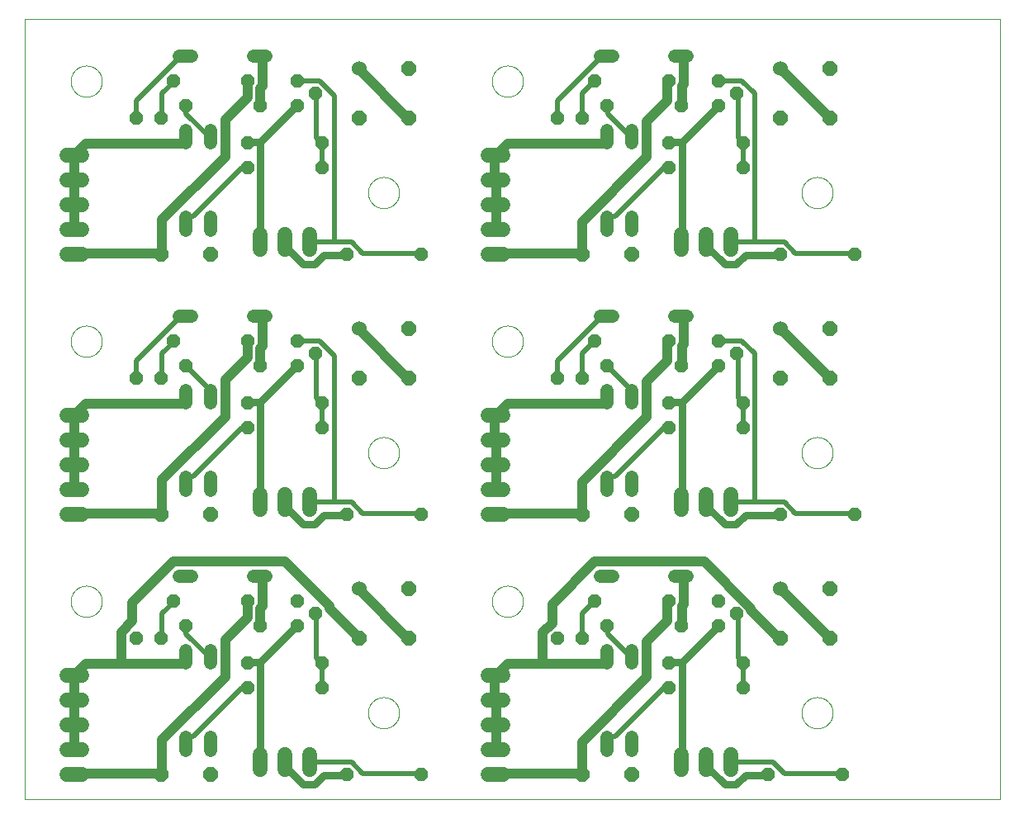
<source format=gtl>
G75*
%MOIN*%
%OFA0B0*%
%FSLAX25Y25*%
%IPPOS*%
%LPD*%
%AMOC8*
5,1,8,0,0,1.08239X$1,22.5*
%
%ADD10C,0.00000*%
%ADD11OC8,0.05200*%
%ADD12OC8,0.06000*%
%ADD13C,0.05200*%
%ADD14C,0.06000*%
%ADD15C,0.06000*%
%ADD16C,0.02000*%
%ADD17C,0.04000*%
%ADD18C,0.03000*%
D10*
X0002600Y0002600D02*
X0002600Y0317561D01*
X0396301Y0317561D01*
X0396301Y0002600D01*
X0002600Y0002600D01*
X0021301Y0082600D02*
X0021303Y0082758D01*
X0021309Y0082916D01*
X0021319Y0083074D01*
X0021333Y0083232D01*
X0021351Y0083389D01*
X0021372Y0083546D01*
X0021398Y0083702D01*
X0021428Y0083858D01*
X0021461Y0084013D01*
X0021499Y0084166D01*
X0021540Y0084319D01*
X0021585Y0084471D01*
X0021634Y0084622D01*
X0021687Y0084771D01*
X0021743Y0084919D01*
X0021803Y0085065D01*
X0021867Y0085210D01*
X0021935Y0085353D01*
X0022006Y0085495D01*
X0022080Y0085635D01*
X0022158Y0085772D01*
X0022240Y0085908D01*
X0022324Y0086042D01*
X0022413Y0086173D01*
X0022504Y0086302D01*
X0022599Y0086429D01*
X0022696Y0086554D01*
X0022797Y0086676D01*
X0022901Y0086795D01*
X0023008Y0086912D01*
X0023118Y0087026D01*
X0023231Y0087137D01*
X0023346Y0087246D01*
X0023464Y0087351D01*
X0023585Y0087453D01*
X0023708Y0087553D01*
X0023834Y0087649D01*
X0023962Y0087742D01*
X0024092Y0087832D01*
X0024225Y0087918D01*
X0024360Y0088002D01*
X0024496Y0088081D01*
X0024635Y0088158D01*
X0024776Y0088230D01*
X0024918Y0088300D01*
X0025062Y0088365D01*
X0025208Y0088427D01*
X0025355Y0088485D01*
X0025504Y0088540D01*
X0025654Y0088591D01*
X0025805Y0088638D01*
X0025957Y0088681D01*
X0026110Y0088720D01*
X0026265Y0088756D01*
X0026420Y0088787D01*
X0026576Y0088815D01*
X0026732Y0088839D01*
X0026889Y0088859D01*
X0027047Y0088875D01*
X0027204Y0088887D01*
X0027363Y0088895D01*
X0027521Y0088899D01*
X0027679Y0088899D01*
X0027837Y0088895D01*
X0027996Y0088887D01*
X0028153Y0088875D01*
X0028311Y0088859D01*
X0028468Y0088839D01*
X0028624Y0088815D01*
X0028780Y0088787D01*
X0028935Y0088756D01*
X0029090Y0088720D01*
X0029243Y0088681D01*
X0029395Y0088638D01*
X0029546Y0088591D01*
X0029696Y0088540D01*
X0029845Y0088485D01*
X0029992Y0088427D01*
X0030138Y0088365D01*
X0030282Y0088300D01*
X0030424Y0088230D01*
X0030565Y0088158D01*
X0030704Y0088081D01*
X0030840Y0088002D01*
X0030975Y0087918D01*
X0031108Y0087832D01*
X0031238Y0087742D01*
X0031366Y0087649D01*
X0031492Y0087553D01*
X0031615Y0087453D01*
X0031736Y0087351D01*
X0031854Y0087246D01*
X0031969Y0087137D01*
X0032082Y0087026D01*
X0032192Y0086912D01*
X0032299Y0086795D01*
X0032403Y0086676D01*
X0032504Y0086554D01*
X0032601Y0086429D01*
X0032696Y0086302D01*
X0032787Y0086173D01*
X0032876Y0086042D01*
X0032960Y0085908D01*
X0033042Y0085772D01*
X0033120Y0085635D01*
X0033194Y0085495D01*
X0033265Y0085353D01*
X0033333Y0085210D01*
X0033397Y0085065D01*
X0033457Y0084919D01*
X0033513Y0084771D01*
X0033566Y0084622D01*
X0033615Y0084471D01*
X0033660Y0084319D01*
X0033701Y0084166D01*
X0033739Y0084013D01*
X0033772Y0083858D01*
X0033802Y0083702D01*
X0033828Y0083546D01*
X0033849Y0083389D01*
X0033867Y0083232D01*
X0033881Y0083074D01*
X0033891Y0082916D01*
X0033897Y0082758D01*
X0033899Y0082600D01*
X0033897Y0082442D01*
X0033891Y0082284D01*
X0033881Y0082126D01*
X0033867Y0081968D01*
X0033849Y0081811D01*
X0033828Y0081654D01*
X0033802Y0081498D01*
X0033772Y0081342D01*
X0033739Y0081187D01*
X0033701Y0081034D01*
X0033660Y0080881D01*
X0033615Y0080729D01*
X0033566Y0080578D01*
X0033513Y0080429D01*
X0033457Y0080281D01*
X0033397Y0080135D01*
X0033333Y0079990D01*
X0033265Y0079847D01*
X0033194Y0079705D01*
X0033120Y0079565D01*
X0033042Y0079428D01*
X0032960Y0079292D01*
X0032876Y0079158D01*
X0032787Y0079027D01*
X0032696Y0078898D01*
X0032601Y0078771D01*
X0032504Y0078646D01*
X0032403Y0078524D01*
X0032299Y0078405D01*
X0032192Y0078288D01*
X0032082Y0078174D01*
X0031969Y0078063D01*
X0031854Y0077954D01*
X0031736Y0077849D01*
X0031615Y0077747D01*
X0031492Y0077647D01*
X0031366Y0077551D01*
X0031238Y0077458D01*
X0031108Y0077368D01*
X0030975Y0077282D01*
X0030840Y0077198D01*
X0030704Y0077119D01*
X0030565Y0077042D01*
X0030424Y0076970D01*
X0030282Y0076900D01*
X0030138Y0076835D01*
X0029992Y0076773D01*
X0029845Y0076715D01*
X0029696Y0076660D01*
X0029546Y0076609D01*
X0029395Y0076562D01*
X0029243Y0076519D01*
X0029090Y0076480D01*
X0028935Y0076444D01*
X0028780Y0076413D01*
X0028624Y0076385D01*
X0028468Y0076361D01*
X0028311Y0076341D01*
X0028153Y0076325D01*
X0027996Y0076313D01*
X0027837Y0076305D01*
X0027679Y0076301D01*
X0027521Y0076301D01*
X0027363Y0076305D01*
X0027204Y0076313D01*
X0027047Y0076325D01*
X0026889Y0076341D01*
X0026732Y0076361D01*
X0026576Y0076385D01*
X0026420Y0076413D01*
X0026265Y0076444D01*
X0026110Y0076480D01*
X0025957Y0076519D01*
X0025805Y0076562D01*
X0025654Y0076609D01*
X0025504Y0076660D01*
X0025355Y0076715D01*
X0025208Y0076773D01*
X0025062Y0076835D01*
X0024918Y0076900D01*
X0024776Y0076970D01*
X0024635Y0077042D01*
X0024496Y0077119D01*
X0024360Y0077198D01*
X0024225Y0077282D01*
X0024092Y0077368D01*
X0023962Y0077458D01*
X0023834Y0077551D01*
X0023708Y0077647D01*
X0023585Y0077747D01*
X0023464Y0077849D01*
X0023346Y0077954D01*
X0023231Y0078063D01*
X0023118Y0078174D01*
X0023008Y0078288D01*
X0022901Y0078405D01*
X0022797Y0078524D01*
X0022696Y0078646D01*
X0022599Y0078771D01*
X0022504Y0078898D01*
X0022413Y0079027D01*
X0022324Y0079158D01*
X0022240Y0079292D01*
X0022158Y0079428D01*
X0022080Y0079565D01*
X0022006Y0079705D01*
X0021935Y0079847D01*
X0021867Y0079990D01*
X0021803Y0080135D01*
X0021743Y0080281D01*
X0021687Y0080429D01*
X0021634Y0080578D01*
X0021585Y0080729D01*
X0021540Y0080881D01*
X0021499Y0081034D01*
X0021461Y0081187D01*
X0021428Y0081342D01*
X0021398Y0081498D01*
X0021372Y0081654D01*
X0021351Y0081811D01*
X0021333Y0081968D01*
X0021319Y0082126D01*
X0021309Y0082284D01*
X0021303Y0082442D01*
X0021301Y0082600D01*
X0141301Y0037600D02*
X0141303Y0037758D01*
X0141309Y0037916D01*
X0141319Y0038074D01*
X0141333Y0038232D01*
X0141351Y0038389D01*
X0141372Y0038546D01*
X0141398Y0038702D01*
X0141428Y0038858D01*
X0141461Y0039013D01*
X0141499Y0039166D01*
X0141540Y0039319D01*
X0141585Y0039471D01*
X0141634Y0039622D01*
X0141687Y0039771D01*
X0141743Y0039919D01*
X0141803Y0040065D01*
X0141867Y0040210D01*
X0141935Y0040353D01*
X0142006Y0040495D01*
X0142080Y0040635D01*
X0142158Y0040772D01*
X0142240Y0040908D01*
X0142324Y0041042D01*
X0142413Y0041173D01*
X0142504Y0041302D01*
X0142599Y0041429D01*
X0142696Y0041554D01*
X0142797Y0041676D01*
X0142901Y0041795D01*
X0143008Y0041912D01*
X0143118Y0042026D01*
X0143231Y0042137D01*
X0143346Y0042246D01*
X0143464Y0042351D01*
X0143585Y0042453D01*
X0143708Y0042553D01*
X0143834Y0042649D01*
X0143962Y0042742D01*
X0144092Y0042832D01*
X0144225Y0042918D01*
X0144360Y0043002D01*
X0144496Y0043081D01*
X0144635Y0043158D01*
X0144776Y0043230D01*
X0144918Y0043300D01*
X0145062Y0043365D01*
X0145208Y0043427D01*
X0145355Y0043485D01*
X0145504Y0043540D01*
X0145654Y0043591D01*
X0145805Y0043638D01*
X0145957Y0043681D01*
X0146110Y0043720D01*
X0146265Y0043756D01*
X0146420Y0043787D01*
X0146576Y0043815D01*
X0146732Y0043839D01*
X0146889Y0043859D01*
X0147047Y0043875D01*
X0147204Y0043887D01*
X0147363Y0043895D01*
X0147521Y0043899D01*
X0147679Y0043899D01*
X0147837Y0043895D01*
X0147996Y0043887D01*
X0148153Y0043875D01*
X0148311Y0043859D01*
X0148468Y0043839D01*
X0148624Y0043815D01*
X0148780Y0043787D01*
X0148935Y0043756D01*
X0149090Y0043720D01*
X0149243Y0043681D01*
X0149395Y0043638D01*
X0149546Y0043591D01*
X0149696Y0043540D01*
X0149845Y0043485D01*
X0149992Y0043427D01*
X0150138Y0043365D01*
X0150282Y0043300D01*
X0150424Y0043230D01*
X0150565Y0043158D01*
X0150704Y0043081D01*
X0150840Y0043002D01*
X0150975Y0042918D01*
X0151108Y0042832D01*
X0151238Y0042742D01*
X0151366Y0042649D01*
X0151492Y0042553D01*
X0151615Y0042453D01*
X0151736Y0042351D01*
X0151854Y0042246D01*
X0151969Y0042137D01*
X0152082Y0042026D01*
X0152192Y0041912D01*
X0152299Y0041795D01*
X0152403Y0041676D01*
X0152504Y0041554D01*
X0152601Y0041429D01*
X0152696Y0041302D01*
X0152787Y0041173D01*
X0152876Y0041042D01*
X0152960Y0040908D01*
X0153042Y0040772D01*
X0153120Y0040635D01*
X0153194Y0040495D01*
X0153265Y0040353D01*
X0153333Y0040210D01*
X0153397Y0040065D01*
X0153457Y0039919D01*
X0153513Y0039771D01*
X0153566Y0039622D01*
X0153615Y0039471D01*
X0153660Y0039319D01*
X0153701Y0039166D01*
X0153739Y0039013D01*
X0153772Y0038858D01*
X0153802Y0038702D01*
X0153828Y0038546D01*
X0153849Y0038389D01*
X0153867Y0038232D01*
X0153881Y0038074D01*
X0153891Y0037916D01*
X0153897Y0037758D01*
X0153899Y0037600D01*
X0153897Y0037442D01*
X0153891Y0037284D01*
X0153881Y0037126D01*
X0153867Y0036968D01*
X0153849Y0036811D01*
X0153828Y0036654D01*
X0153802Y0036498D01*
X0153772Y0036342D01*
X0153739Y0036187D01*
X0153701Y0036034D01*
X0153660Y0035881D01*
X0153615Y0035729D01*
X0153566Y0035578D01*
X0153513Y0035429D01*
X0153457Y0035281D01*
X0153397Y0035135D01*
X0153333Y0034990D01*
X0153265Y0034847D01*
X0153194Y0034705D01*
X0153120Y0034565D01*
X0153042Y0034428D01*
X0152960Y0034292D01*
X0152876Y0034158D01*
X0152787Y0034027D01*
X0152696Y0033898D01*
X0152601Y0033771D01*
X0152504Y0033646D01*
X0152403Y0033524D01*
X0152299Y0033405D01*
X0152192Y0033288D01*
X0152082Y0033174D01*
X0151969Y0033063D01*
X0151854Y0032954D01*
X0151736Y0032849D01*
X0151615Y0032747D01*
X0151492Y0032647D01*
X0151366Y0032551D01*
X0151238Y0032458D01*
X0151108Y0032368D01*
X0150975Y0032282D01*
X0150840Y0032198D01*
X0150704Y0032119D01*
X0150565Y0032042D01*
X0150424Y0031970D01*
X0150282Y0031900D01*
X0150138Y0031835D01*
X0149992Y0031773D01*
X0149845Y0031715D01*
X0149696Y0031660D01*
X0149546Y0031609D01*
X0149395Y0031562D01*
X0149243Y0031519D01*
X0149090Y0031480D01*
X0148935Y0031444D01*
X0148780Y0031413D01*
X0148624Y0031385D01*
X0148468Y0031361D01*
X0148311Y0031341D01*
X0148153Y0031325D01*
X0147996Y0031313D01*
X0147837Y0031305D01*
X0147679Y0031301D01*
X0147521Y0031301D01*
X0147363Y0031305D01*
X0147204Y0031313D01*
X0147047Y0031325D01*
X0146889Y0031341D01*
X0146732Y0031361D01*
X0146576Y0031385D01*
X0146420Y0031413D01*
X0146265Y0031444D01*
X0146110Y0031480D01*
X0145957Y0031519D01*
X0145805Y0031562D01*
X0145654Y0031609D01*
X0145504Y0031660D01*
X0145355Y0031715D01*
X0145208Y0031773D01*
X0145062Y0031835D01*
X0144918Y0031900D01*
X0144776Y0031970D01*
X0144635Y0032042D01*
X0144496Y0032119D01*
X0144360Y0032198D01*
X0144225Y0032282D01*
X0144092Y0032368D01*
X0143962Y0032458D01*
X0143834Y0032551D01*
X0143708Y0032647D01*
X0143585Y0032747D01*
X0143464Y0032849D01*
X0143346Y0032954D01*
X0143231Y0033063D01*
X0143118Y0033174D01*
X0143008Y0033288D01*
X0142901Y0033405D01*
X0142797Y0033524D01*
X0142696Y0033646D01*
X0142599Y0033771D01*
X0142504Y0033898D01*
X0142413Y0034027D01*
X0142324Y0034158D01*
X0142240Y0034292D01*
X0142158Y0034428D01*
X0142080Y0034565D01*
X0142006Y0034705D01*
X0141935Y0034847D01*
X0141867Y0034990D01*
X0141803Y0035135D01*
X0141743Y0035281D01*
X0141687Y0035429D01*
X0141634Y0035578D01*
X0141585Y0035729D01*
X0141540Y0035881D01*
X0141499Y0036034D01*
X0141461Y0036187D01*
X0141428Y0036342D01*
X0141398Y0036498D01*
X0141372Y0036654D01*
X0141351Y0036811D01*
X0141333Y0036968D01*
X0141319Y0037126D01*
X0141309Y0037284D01*
X0141303Y0037442D01*
X0141301Y0037600D01*
X0191301Y0082600D02*
X0191303Y0082758D01*
X0191309Y0082916D01*
X0191319Y0083074D01*
X0191333Y0083232D01*
X0191351Y0083389D01*
X0191372Y0083546D01*
X0191398Y0083702D01*
X0191428Y0083858D01*
X0191461Y0084013D01*
X0191499Y0084166D01*
X0191540Y0084319D01*
X0191585Y0084471D01*
X0191634Y0084622D01*
X0191687Y0084771D01*
X0191743Y0084919D01*
X0191803Y0085065D01*
X0191867Y0085210D01*
X0191935Y0085353D01*
X0192006Y0085495D01*
X0192080Y0085635D01*
X0192158Y0085772D01*
X0192240Y0085908D01*
X0192324Y0086042D01*
X0192413Y0086173D01*
X0192504Y0086302D01*
X0192599Y0086429D01*
X0192696Y0086554D01*
X0192797Y0086676D01*
X0192901Y0086795D01*
X0193008Y0086912D01*
X0193118Y0087026D01*
X0193231Y0087137D01*
X0193346Y0087246D01*
X0193464Y0087351D01*
X0193585Y0087453D01*
X0193708Y0087553D01*
X0193834Y0087649D01*
X0193962Y0087742D01*
X0194092Y0087832D01*
X0194225Y0087918D01*
X0194360Y0088002D01*
X0194496Y0088081D01*
X0194635Y0088158D01*
X0194776Y0088230D01*
X0194918Y0088300D01*
X0195062Y0088365D01*
X0195208Y0088427D01*
X0195355Y0088485D01*
X0195504Y0088540D01*
X0195654Y0088591D01*
X0195805Y0088638D01*
X0195957Y0088681D01*
X0196110Y0088720D01*
X0196265Y0088756D01*
X0196420Y0088787D01*
X0196576Y0088815D01*
X0196732Y0088839D01*
X0196889Y0088859D01*
X0197047Y0088875D01*
X0197204Y0088887D01*
X0197363Y0088895D01*
X0197521Y0088899D01*
X0197679Y0088899D01*
X0197837Y0088895D01*
X0197996Y0088887D01*
X0198153Y0088875D01*
X0198311Y0088859D01*
X0198468Y0088839D01*
X0198624Y0088815D01*
X0198780Y0088787D01*
X0198935Y0088756D01*
X0199090Y0088720D01*
X0199243Y0088681D01*
X0199395Y0088638D01*
X0199546Y0088591D01*
X0199696Y0088540D01*
X0199845Y0088485D01*
X0199992Y0088427D01*
X0200138Y0088365D01*
X0200282Y0088300D01*
X0200424Y0088230D01*
X0200565Y0088158D01*
X0200704Y0088081D01*
X0200840Y0088002D01*
X0200975Y0087918D01*
X0201108Y0087832D01*
X0201238Y0087742D01*
X0201366Y0087649D01*
X0201492Y0087553D01*
X0201615Y0087453D01*
X0201736Y0087351D01*
X0201854Y0087246D01*
X0201969Y0087137D01*
X0202082Y0087026D01*
X0202192Y0086912D01*
X0202299Y0086795D01*
X0202403Y0086676D01*
X0202504Y0086554D01*
X0202601Y0086429D01*
X0202696Y0086302D01*
X0202787Y0086173D01*
X0202876Y0086042D01*
X0202960Y0085908D01*
X0203042Y0085772D01*
X0203120Y0085635D01*
X0203194Y0085495D01*
X0203265Y0085353D01*
X0203333Y0085210D01*
X0203397Y0085065D01*
X0203457Y0084919D01*
X0203513Y0084771D01*
X0203566Y0084622D01*
X0203615Y0084471D01*
X0203660Y0084319D01*
X0203701Y0084166D01*
X0203739Y0084013D01*
X0203772Y0083858D01*
X0203802Y0083702D01*
X0203828Y0083546D01*
X0203849Y0083389D01*
X0203867Y0083232D01*
X0203881Y0083074D01*
X0203891Y0082916D01*
X0203897Y0082758D01*
X0203899Y0082600D01*
X0203897Y0082442D01*
X0203891Y0082284D01*
X0203881Y0082126D01*
X0203867Y0081968D01*
X0203849Y0081811D01*
X0203828Y0081654D01*
X0203802Y0081498D01*
X0203772Y0081342D01*
X0203739Y0081187D01*
X0203701Y0081034D01*
X0203660Y0080881D01*
X0203615Y0080729D01*
X0203566Y0080578D01*
X0203513Y0080429D01*
X0203457Y0080281D01*
X0203397Y0080135D01*
X0203333Y0079990D01*
X0203265Y0079847D01*
X0203194Y0079705D01*
X0203120Y0079565D01*
X0203042Y0079428D01*
X0202960Y0079292D01*
X0202876Y0079158D01*
X0202787Y0079027D01*
X0202696Y0078898D01*
X0202601Y0078771D01*
X0202504Y0078646D01*
X0202403Y0078524D01*
X0202299Y0078405D01*
X0202192Y0078288D01*
X0202082Y0078174D01*
X0201969Y0078063D01*
X0201854Y0077954D01*
X0201736Y0077849D01*
X0201615Y0077747D01*
X0201492Y0077647D01*
X0201366Y0077551D01*
X0201238Y0077458D01*
X0201108Y0077368D01*
X0200975Y0077282D01*
X0200840Y0077198D01*
X0200704Y0077119D01*
X0200565Y0077042D01*
X0200424Y0076970D01*
X0200282Y0076900D01*
X0200138Y0076835D01*
X0199992Y0076773D01*
X0199845Y0076715D01*
X0199696Y0076660D01*
X0199546Y0076609D01*
X0199395Y0076562D01*
X0199243Y0076519D01*
X0199090Y0076480D01*
X0198935Y0076444D01*
X0198780Y0076413D01*
X0198624Y0076385D01*
X0198468Y0076361D01*
X0198311Y0076341D01*
X0198153Y0076325D01*
X0197996Y0076313D01*
X0197837Y0076305D01*
X0197679Y0076301D01*
X0197521Y0076301D01*
X0197363Y0076305D01*
X0197204Y0076313D01*
X0197047Y0076325D01*
X0196889Y0076341D01*
X0196732Y0076361D01*
X0196576Y0076385D01*
X0196420Y0076413D01*
X0196265Y0076444D01*
X0196110Y0076480D01*
X0195957Y0076519D01*
X0195805Y0076562D01*
X0195654Y0076609D01*
X0195504Y0076660D01*
X0195355Y0076715D01*
X0195208Y0076773D01*
X0195062Y0076835D01*
X0194918Y0076900D01*
X0194776Y0076970D01*
X0194635Y0077042D01*
X0194496Y0077119D01*
X0194360Y0077198D01*
X0194225Y0077282D01*
X0194092Y0077368D01*
X0193962Y0077458D01*
X0193834Y0077551D01*
X0193708Y0077647D01*
X0193585Y0077747D01*
X0193464Y0077849D01*
X0193346Y0077954D01*
X0193231Y0078063D01*
X0193118Y0078174D01*
X0193008Y0078288D01*
X0192901Y0078405D01*
X0192797Y0078524D01*
X0192696Y0078646D01*
X0192599Y0078771D01*
X0192504Y0078898D01*
X0192413Y0079027D01*
X0192324Y0079158D01*
X0192240Y0079292D01*
X0192158Y0079428D01*
X0192080Y0079565D01*
X0192006Y0079705D01*
X0191935Y0079847D01*
X0191867Y0079990D01*
X0191803Y0080135D01*
X0191743Y0080281D01*
X0191687Y0080429D01*
X0191634Y0080578D01*
X0191585Y0080729D01*
X0191540Y0080881D01*
X0191499Y0081034D01*
X0191461Y0081187D01*
X0191428Y0081342D01*
X0191398Y0081498D01*
X0191372Y0081654D01*
X0191351Y0081811D01*
X0191333Y0081968D01*
X0191319Y0082126D01*
X0191309Y0082284D01*
X0191303Y0082442D01*
X0191301Y0082600D01*
X0141301Y0142600D02*
X0141303Y0142758D01*
X0141309Y0142916D01*
X0141319Y0143074D01*
X0141333Y0143232D01*
X0141351Y0143389D01*
X0141372Y0143546D01*
X0141398Y0143702D01*
X0141428Y0143858D01*
X0141461Y0144013D01*
X0141499Y0144166D01*
X0141540Y0144319D01*
X0141585Y0144471D01*
X0141634Y0144622D01*
X0141687Y0144771D01*
X0141743Y0144919D01*
X0141803Y0145065D01*
X0141867Y0145210D01*
X0141935Y0145353D01*
X0142006Y0145495D01*
X0142080Y0145635D01*
X0142158Y0145772D01*
X0142240Y0145908D01*
X0142324Y0146042D01*
X0142413Y0146173D01*
X0142504Y0146302D01*
X0142599Y0146429D01*
X0142696Y0146554D01*
X0142797Y0146676D01*
X0142901Y0146795D01*
X0143008Y0146912D01*
X0143118Y0147026D01*
X0143231Y0147137D01*
X0143346Y0147246D01*
X0143464Y0147351D01*
X0143585Y0147453D01*
X0143708Y0147553D01*
X0143834Y0147649D01*
X0143962Y0147742D01*
X0144092Y0147832D01*
X0144225Y0147918D01*
X0144360Y0148002D01*
X0144496Y0148081D01*
X0144635Y0148158D01*
X0144776Y0148230D01*
X0144918Y0148300D01*
X0145062Y0148365D01*
X0145208Y0148427D01*
X0145355Y0148485D01*
X0145504Y0148540D01*
X0145654Y0148591D01*
X0145805Y0148638D01*
X0145957Y0148681D01*
X0146110Y0148720D01*
X0146265Y0148756D01*
X0146420Y0148787D01*
X0146576Y0148815D01*
X0146732Y0148839D01*
X0146889Y0148859D01*
X0147047Y0148875D01*
X0147204Y0148887D01*
X0147363Y0148895D01*
X0147521Y0148899D01*
X0147679Y0148899D01*
X0147837Y0148895D01*
X0147996Y0148887D01*
X0148153Y0148875D01*
X0148311Y0148859D01*
X0148468Y0148839D01*
X0148624Y0148815D01*
X0148780Y0148787D01*
X0148935Y0148756D01*
X0149090Y0148720D01*
X0149243Y0148681D01*
X0149395Y0148638D01*
X0149546Y0148591D01*
X0149696Y0148540D01*
X0149845Y0148485D01*
X0149992Y0148427D01*
X0150138Y0148365D01*
X0150282Y0148300D01*
X0150424Y0148230D01*
X0150565Y0148158D01*
X0150704Y0148081D01*
X0150840Y0148002D01*
X0150975Y0147918D01*
X0151108Y0147832D01*
X0151238Y0147742D01*
X0151366Y0147649D01*
X0151492Y0147553D01*
X0151615Y0147453D01*
X0151736Y0147351D01*
X0151854Y0147246D01*
X0151969Y0147137D01*
X0152082Y0147026D01*
X0152192Y0146912D01*
X0152299Y0146795D01*
X0152403Y0146676D01*
X0152504Y0146554D01*
X0152601Y0146429D01*
X0152696Y0146302D01*
X0152787Y0146173D01*
X0152876Y0146042D01*
X0152960Y0145908D01*
X0153042Y0145772D01*
X0153120Y0145635D01*
X0153194Y0145495D01*
X0153265Y0145353D01*
X0153333Y0145210D01*
X0153397Y0145065D01*
X0153457Y0144919D01*
X0153513Y0144771D01*
X0153566Y0144622D01*
X0153615Y0144471D01*
X0153660Y0144319D01*
X0153701Y0144166D01*
X0153739Y0144013D01*
X0153772Y0143858D01*
X0153802Y0143702D01*
X0153828Y0143546D01*
X0153849Y0143389D01*
X0153867Y0143232D01*
X0153881Y0143074D01*
X0153891Y0142916D01*
X0153897Y0142758D01*
X0153899Y0142600D01*
X0153897Y0142442D01*
X0153891Y0142284D01*
X0153881Y0142126D01*
X0153867Y0141968D01*
X0153849Y0141811D01*
X0153828Y0141654D01*
X0153802Y0141498D01*
X0153772Y0141342D01*
X0153739Y0141187D01*
X0153701Y0141034D01*
X0153660Y0140881D01*
X0153615Y0140729D01*
X0153566Y0140578D01*
X0153513Y0140429D01*
X0153457Y0140281D01*
X0153397Y0140135D01*
X0153333Y0139990D01*
X0153265Y0139847D01*
X0153194Y0139705D01*
X0153120Y0139565D01*
X0153042Y0139428D01*
X0152960Y0139292D01*
X0152876Y0139158D01*
X0152787Y0139027D01*
X0152696Y0138898D01*
X0152601Y0138771D01*
X0152504Y0138646D01*
X0152403Y0138524D01*
X0152299Y0138405D01*
X0152192Y0138288D01*
X0152082Y0138174D01*
X0151969Y0138063D01*
X0151854Y0137954D01*
X0151736Y0137849D01*
X0151615Y0137747D01*
X0151492Y0137647D01*
X0151366Y0137551D01*
X0151238Y0137458D01*
X0151108Y0137368D01*
X0150975Y0137282D01*
X0150840Y0137198D01*
X0150704Y0137119D01*
X0150565Y0137042D01*
X0150424Y0136970D01*
X0150282Y0136900D01*
X0150138Y0136835D01*
X0149992Y0136773D01*
X0149845Y0136715D01*
X0149696Y0136660D01*
X0149546Y0136609D01*
X0149395Y0136562D01*
X0149243Y0136519D01*
X0149090Y0136480D01*
X0148935Y0136444D01*
X0148780Y0136413D01*
X0148624Y0136385D01*
X0148468Y0136361D01*
X0148311Y0136341D01*
X0148153Y0136325D01*
X0147996Y0136313D01*
X0147837Y0136305D01*
X0147679Y0136301D01*
X0147521Y0136301D01*
X0147363Y0136305D01*
X0147204Y0136313D01*
X0147047Y0136325D01*
X0146889Y0136341D01*
X0146732Y0136361D01*
X0146576Y0136385D01*
X0146420Y0136413D01*
X0146265Y0136444D01*
X0146110Y0136480D01*
X0145957Y0136519D01*
X0145805Y0136562D01*
X0145654Y0136609D01*
X0145504Y0136660D01*
X0145355Y0136715D01*
X0145208Y0136773D01*
X0145062Y0136835D01*
X0144918Y0136900D01*
X0144776Y0136970D01*
X0144635Y0137042D01*
X0144496Y0137119D01*
X0144360Y0137198D01*
X0144225Y0137282D01*
X0144092Y0137368D01*
X0143962Y0137458D01*
X0143834Y0137551D01*
X0143708Y0137647D01*
X0143585Y0137747D01*
X0143464Y0137849D01*
X0143346Y0137954D01*
X0143231Y0138063D01*
X0143118Y0138174D01*
X0143008Y0138288D01*
X0142901Y0138405D01*
X0142797Y0138524D01*
X0142696Y0138646D01*
X0142599Y0138771D01*
X0142504Y0138898D01*
X0142413Y0139027D01*
X0142324Y0139158D01*
X0142240Y0139292D01*
X0142158Y0139428D01*
X0142080Y0139565D01*
X0142006Y0139705D01*
X0141935Y0139847D01*
X0141867Y0139990D01*
X0141803Y0140135D01*
X0141743Y0140281D01*
X0141687Y0140429D01*
X0141634Y0140578D01*
X0141585Y0140729D01*
X0141540Y0140881D01*
X0141499Y0141034D01*
X0141461Y0141187D01*
X0141428Y0141342D01*
X0141398Y0141498D01*
X0141372Y0141654D01*
X0141351Y0141811D01*
X0141333Y0141968D01*
X0141319Y0142126D01*
X0141309Y0142284D01*
X0141303Y0142442D01*
X0141301Y0142600D01*
X0191301Y0187600D02*
X0191303Y0187758D01*
X0191309Y0187916D01*
X0191319Y0188074D01*
X0191333Y0188232D01*
X0191351Y0188389D01*
X0191372Y0188546D01*
X0191398Y0188702D01*
X0191428Y0188858D01*
X0191461Y0189013D01*
X0191499Y0189166D01*
X0191540Y0189319D01*
X0191585Y0189471D01*
X0191634Y0189622D01*
X0191687Y0189771D01*
X0191743Y0189919D01*
X0191803Y0190065D01*
X0191867Y0190210D01*
X0191935Y0190353D01*
X0192006Y0190495D01*
X0192080Y0190635D01*
X0192158Y0190772D01*
X0192240Y0190908D01*
X0192324Y0191042D01*
X0192413Y0191173D01*
X0192504Y0191302D01*
X0192599Y0191429D01*
X0192696Y0191554D01*
X0192797Y0191676D01*
X0192901Y0191795D01*
X0193008Y0191912D01*
X0193118Y0192026D01*
X0193231Y0192137D01*
X0193346Y0192246D01*
X0193464Y0192351D01*
X0193585Y0192453D01*
X0193708Y0192553D01*
X0193834Y0192649D01*
X0193962Y0192742D01*
X0194092Y0192832D01*
X0194225Y0192918D01*
X0194360Y0193002D01*
X0194496Y0193081D01*
X0194635Y0193158D01*
X0194776Y0193230D01*
X0194918Y0193300D01*
X0195062Y0193365D01*
X0195208Y0193427D01*
X0195355Y0193485D01*
X0195504Y0193540D01*
X0195654Y0193591D01*
X0195805Y0193638D01*
X0195957Y0193681D01*
X0196110Y0193720D01*
X0196265Y0193756D01*
X0196420Y0193787D01*
X0196576Y0193815D01*
X0196732Y0193839D01*
X0196889Y0193859D01*
X0197047Y0193875D01*
X0197204Y0193887D01*
X0197363Y0193895D01*
X0197521Y0193899D01*
X0197679Y0193899D01*
X0197837Y0193895D01*
X0197996Y0193887D01*
X0198153Y0193875D01*
X0198311Y0193859D01*
X0198468Y0193839D01*
X0198624Y0193815D01*
X0198780Y0193787D01*
X0198935Y0193756D01*
X0199090Y0193720D01*
X0199243Y0193681D01*
X0199395Y0193638D01*
X0199546Y0193591D01*
X0199696Y0193540D01*
X0199845Y0193485D01*
X0199992Y0193427D01*
X0200138Y0193365D01*
X0200282Y0193300D01*
X0200424Y0193230D01*
X0200565Y0193158D01*
X0200704Y0193081D01*
X0200840Y0193002D01*
X0200975Y0192918D01*
X0201108Y0192832D01*
X0201238Y0192742D01*
X0201366Y0192649D01*
X0201492Y0192553D01*
X0201615Y0192453D01*
X0201736Y0192351D01*
X0201854Y0192246D01*
X0201969Y0192137D01*
X0202082Y0192026D01*
X0202192Y0191912D01*
X0202299Y0191795D01*
X0202403Y0191676D01*
X0202504Y0191554D01*
X0202601Y0191429D01*
X0202696Y0191302D01*
X0202787Y0191173D01*
X0202876Y0191042D01*
X0202960Y0190908D01*
X0203042Y0190772D01*
X0203120Y0190635D01*
X0203194Y0190495D01*
X0203265Y0190353D01*
X0203333Y0190210D01*
X0203397Y0190065D01*
X0203457Y0189919D01*
X0203513Y0189771D01*
X0203566Y0189622D01*
X0203615Y0189471D01*
X0203660Y0189319D01*
X0203701Y0189166D01*
X0203739Y0189013D01*
X0203772Y0188858D01*
X0203802Y0188702D01*
X0203828Y0188546D01*
X0203849Y0188389D01*
X0203867Y0188232D01*
X0203881Y0188074D01*
X0203891Y0187916D01*
X0203897Y0187758D01*
X0203899Y0187600D01*
X0203897Y0187442D01*
X0203891Y0187284D01*
X0203881Y0187126D01*
X0203867Y0186968D01*
X0203849Y0186811D01*
X0203828Y0186654D01*
X0203802Y0186498D01*
X0203772Y0186342D01*
X0203739Y0186187D01*
X0203701Y0186034D01*
X0203660Y0185881D01*
X0203615Y0185729D01*
X0203566Y0185578D01*
X0203513Y0185429D01*
X0203457Y0185281D01*
X0203397Y0185135D01*
X0203333Y0184990D01*
X0203265Y0184847D01*
X0203194Y0184705D01*
X0203120Y0184565D01*
X0203042Y0184428D01*
X0202960Y0184292D01*
X0202876Y0184158D01*
X0202787Y0184027D01*
X0202696Y0183898D01*
X0202601Y0183771D01*
X0202504Y0183646D01*
X0202403Y0183524D01*
X0202299Y0183405D01*
X0202192Y0183288D01*
X0202082Y0183174D01*
X0201969Y0183063D01*
X0201854Y0182954D01*
X0201736Y0182849D01*
X0201615Y0182747D01*
X0201492Y0182647D01*
X0201366Y0182551D01*
X0201238Y0182458D01*
X0201108Y0182368D01*
X0200975Y0182282D01*
X0200840Y0182198D01*
X0200704Y0182119D01*
X0200565Y0182042D01*
X0200424Y0181970D01*
X0200282Y0181900D01*
X0200138Y0181835D01*
X0199992Y0181773D01*
X0199845Y0181715D01*
X0199696Y0181660D01*
X0199546Y0181609D01*
X0199395Y0181562D01*
X0199243Y0181519D01*
X0199090Y0181480D01*
X0198935Y0181444D01*
X0198780Y0181413D01*
X0198624Y0181385D01*
X0198468Y0181361D01*
X0198311Y0181341D01*
X0198153Y0181325D01*
X0197996Y0181313D01*
X0197837Y0181305D01*
X0197679Y0181301D01*
X0197521Y0181301D01*
X0197363Y0181305D01*
X0197204Y0181313D01*
X0197047Y0181325D01*
X0196889Y0181341D01*
X0196732Y0181361D01*
X0196576Y0181385D01*
X0196420Y0181413D01*
X0196265Y0181444D01*
X0196110Y0181480D01*
X0195957Y0181519D01*
X0195805Y0181562D01*
X0195654Y0181609D01*
X0195504Y0181660D01*
X0195355Y0181715D01*
X0195208Y0181773D01*
X0195062Y0181835D01*
X0194918Y0181900D01*
X0194776Y0181970D01*
X0194635Y0182042D01*
X0194496Y0182119D01*
X0194360Y0182198D01*
X0194225Y0182282D01*
X0194092Y0182368D01*
X0193962Y0182458D01*
X0193834Y0182551D01*
X0193708Y0182647D01*
X0193585Y0182747D01*
X0193464Y0182849D01*
X0193346Y0182954D01*
X0193231Y0183063D01*
X0193118Y0183174D01*
X0193008Y0183288D01*
X0192901Y0183405D01*
X0192797Y0183524D01*
X0192696Y0183646D01*
X0192599Y0183771D01*
X0192504Y0183898D01*
X0192413Y0184027D01*
X0192324Y0184158D01*
X0192240Y0184292D01*
X0192158Y0184428D01*
X0192080Y0184565D01*
X0192006Y0184705D01*
X0191935Y0184847D01*
X0191867Y0184990D01*
X0191803Y0185135D01*
X0191743Y0185281D01*
X0191687Y0185429D01*
X0191634Y0185578D01*
X0191585Y0185729D01*
X0191540Y0185881D01*
X0191499Y0186034D01*
X0191461Y0186187D01*
X0191428Y0186342D01*
X0191398Y0186498D01*
X0191372Y0186654D01*
X0191351Y0186811D01*
X0191333Y0186968D01*
X0191319Y0187126D01*
X0191309Y0187284D01*
X0191303Y0187442D01*
X0191301Y0187600D01*
X0141301Y0247600D02*
X0141303Y0247758D01*
X0141309Y0247916D01*
X0141319Y0248074D01*
X0141333Y0248232D01*
X0141351Y0248389D01*
X0141372Y0248546D01*
X0141398Y0248702D01*
X0141428Y0248858D01*
X0141461Y0249013D01*
X0141499Y0249166D01*
X0141540Y0249319D01*
X0141585Y0249471D01*
X0141634Y0249622D01*
X0141687Y0249771D01*
X0141743Y0249919D01*
X0141803Y0250065D01*
X0141867Y0250210D01*
X0141935Y0250353D01*
X0142006Y0250495D01*
X0142080Y0250635D01*
X0142158Y0250772D01*
X0142240Y0250908D01*
X0142324Y0251042D01*
X0142413Y0251173D01*
X0142504Y0251302D01*
X0142599Y0251429D01*
X0142696Y0251554D01*
X0142797Y0251676D01*
X0142901Y0251795D01*
X0143008Y0251912D01*
X0143118Y0252026D01*
X0143231Y0252137D01*
X0143346Y0252246D01*
X0143464Y0252351D01*
X0143585Y0252453D01*
X0143708Y0252553D01*
X0143834Y0252649D01*
X0143962Y0252742D01*
X0144092Y0252832D01*
X0144225Y0252918D01*
X0144360Y0253002D01*
X0144496Y0253081D01*
X0144635Y0253158D01*
X0144776Y0253230D01*
X0144918Y0253300D01*
X0145062Y0253365D01*
X0145208Y0253427D01*
X0145355Y0253485D01*
X0145504Y0253540D01*
X0145654Y0253591D01*
X0145805Y0253638D01*
X0145957Y0253681D01*
X0146110Y0253720D01*
X0146265Y0253756D01*
X0146420Y0253787D01*
X0146576Y0253815D01*
X0146732Y0253839D01*
X0146889Y0253859D01*
X0147047Y0253875D01*
X0147204Y0253887D01*
X0147363Y0253895D01*
X0147521Y0253899D01*
X0147679Y0253899D01*
X0147837Y0253895D01*
X0147996Y0253887D01*
X0148153Y0253875D01*
X0148311Y0253859D01*
X0148468Y0253839D01*
X0148624Y0253815D01*
X0148780Y0253787D01*
X0148935Y0253756D01*
X0149090Y0253720D01*
X0149243Y0253681D01*
X0149395Y0253638D01*
X0149546Y0253591D01*
X0149696Y0253540D01*
X0149845Y0253485D01*
X0149992Y0253427D01*
X0150138Y0253365D01*
X0150282Y0253300D01*
X0150424Y0253230D01*
X0150565Y0253158D01*
X0150704Y0253081D01*
X0150840Y0253002D01*
X0150975Y0252918D01*
X0151108Y0252832D01*
X0151238Y0252742D01*
X0151366Y0252649D01*
X0151492Y0252553D01*
X0151615Y0252453D01*
X0151736Y0252351D01*
X0151854Y0252246D01*
X0151969Y0252137D01*
X0152082Y0252026D01*
X0152192Y0251912D01*
X0152299Y0251795D01*
X0152403Y0251676D01*
X0152504Y0251554D01*
X0152601Y0251429D01*
X0152696Y0251302D01*
X0152787Y0251173D01*
X0152876Y0251042D01*
X0152960Y0250908D01*
X0153042Y0250772D01*
X0153120Y0250635D01*
X0153194Y0250495D01*
X0153265Y0250353D01*
X0153333Y0250210D01*
X0153397Y0250065D01*
X0153457Y0249919D01*
X0153513Y0249771D01*
X0153566Y0249622D01*
X0153615Y0249471D01*
X0153660Y0249319D01*
X0153701Y0249166D01*
X0153739Y0249013D01*
X0153772Y0248858D01*
X0153802Y0248702D01*
X0153828Y0248546D01*
X0153849Y0248389D01*
X0153867Y0248232D01*
X0153881Y0248074D01*
X0153891Y0247916D01*
X0153897Y0247758D01*
X0153899Y0247600D01*
X0153897Y0247442D01*
X0153891Y0247284D01*
X0153881Y0247126D01*
X0153867Y0246968D01*
X0153849Y0246811D01*
X0153828Y0246654D01*
X0153802Y0246498D01*
X0153772Y0246342D01*
X0153739Y0246187D01*
X0153701Y0246034D01*
X0153660Y0245881D01*
X0153615Y0245729D01*
X0153566Y0245578D01*
X0153513Y0245429D01*
X0153457Y0245281D01*
X0153397Y0245135D01*
X0153333Y0244990D01*
X0153265Y0244847D01*
X0153194Y0244705D01*
X0153120Y0244565D01*
X0153042Y0244428D01*
X0152960Y0244292D01*
X0152876Y0244158D01*
X0152787Y0244027D01*
X0152696Y0243898D01*
X0152601Y0243771D01*
X0152504Y0243646D01*
X0152403Y0243524D01*
X0152299Y0243405D01*
X0152192Y0243288D01*
X0152082Y0243174D01*
X0151969Y0243063D01*
X0151854Y0242954D01*
X0151736Y0242849D01*
X0151615Y0242747D01*
X0151492Y0242647D01*
X0151366Y0242551D01*
X0151238Y0242458D01*
X0151108Y0242368D01*
X0150975Y0242282D01*
X0150840Y0242198D01*
X0150704Y0242119D01*
X0150565Y0242042D01*
X0150424Y0241970D01*
X0150282Y0241900D01*
X0150138Y0241835D01*
X0149992Y0241773D01*
X0149845Y0241715D01*
X0149696Y0241660D01*
X0149546Y0241609D01*
X0149395Y0241562D01*
X0149243Y0241519D01*
X0149090Y0241480D01*
X0148935Y0241444D01*
X0148780Y0241413D01*
X0148624Y0241385D01*
X0148468Y0241361D01*
X0148311Y0241341D01*
X0148153Y0241325D01*
X0147996Y0241313D01*
X0147837Y0241305D01*
X0147679Y0241301D01*
X0147521Y0241301D01*
X0147363Y0241305D01*
X0147204Y0241313D01*
X0147047Y0241325D01*
X0146889Y0241341D01*
X0146732Y0241361D01*
X0146576Y0241385D01*
X0146420Y0241413D01*
X0146265Y0241444D01*
X0146110Y0241480D01*
X0145957Y0241519D01*
X0145805Y0241562D01*
X0145654Y0241609D01*
X0145504Y0241660D01*
X0145355Y0241715D01*
X0145208Y0241773D01*
X0145062Y0241835D01*
X0144918Y0241900D01*
X0144776Y0241970D01*
X0144635Y0242042D01*
X0144496Y0242119D01*
X0144360Y0242198D01*
X0144225Y0242282D01*
X0144092Y0242368D01*
X0143962Y0242458D01*
X0143834Y0242551D01*
X0143708Y0242647D01*
X0143585Y0242747D01*
X0143464Y0242849D01*
X0143346Y0242954D01*
X0143231Y0243063D01*
X0143118Y0243174D01*
X0143008Y0243288D01*
X0142901Y0243405D01*
X0142797Y0243524D01*
X0142696Y0243646D01*
X0142599Y0243771D01*
X0142504Y0243898D01*
X0142413Y0244027D01*
X0142324Y0244158D01*
X0142240Y0244292D01*
X0142158Y0244428D01*
X0142080Y0244565D01*
X0142006Y0244705D01*
X0141935Y0244847D01*
X0141867Y0244990D01*
X0141803Y0245135D01*
X0141743Y0245281D01*
X0141687Y0245429D01*
X0141634Y0245578D01*
X0141585Y0245729D01*
X0141540Y0245881D01*
X0141499Y0246034D01*
X0141461Y0246187D01*
X0141428Y0246342D01*
X0141398Y0246498D01*
X0141372Y0246654D01*
X0141351Y0246811D01*
X0141333Y0246968D01*
X0141319Y0247126D01*
X0141309Y0247284D01*
X0141303Y0247442D01*
X0141301Y0247600D01*
X0191301Y0292600D02*
X0191303Y0292758D01*
X0191309Y0292916D01*
X0191319Y0293074D01*
X0191333Y0293232D01*
X0191351Y0293389D01*
X0191372Y0293546D01*
X0191398Y0293702D01*
X0191428Y0293858D01*
X0191461Y0294013D01*
X0191499Y0294166D01*
X0191540Y0294319D01*
X0191585Y0294471D01*
X0191634Y0294622D01*
X0191687Y0294771D01*
X0191743Y0294919D01*
X0191803Y0295065D01*
X0191867Y0295210D01*
X0191935Y0295353D01*
X0192006Y0295495D01*
X0192080Y0295635D01*
X0192158Y0295772D01*
X0192240Y0295908D01*
X0192324Y0296042D01*
X0192413Y0296173D01*
X0192504Y0296302D01*
X0192599Y0296429D01*
X0192696Y0296554D01*
X0192797Y0296676D01*
X0192901Y0296795D01*
X0193008Y0296912D01*
X0193118Y0297026D01*
X0193231Y0297137D01*
X0193346Y0297246D01*
X0193464Y0297351D01*
X0193585Y0297453D01*
X0193708Y0297553D01*
X0193834Y0297649D01*
X0193962Y0297742D01*
X0194092Y0297832D01*
X0194225Y0297918D01*
X0194360Y0298002D01*
X0194496Y0298081D01*
X0194635Y0298158D01*
X0194776Y0298230D01*
X0194918Y0298300D01*
X0195062Y0298365D01*
X0195208Y0298427D01*
X0195355Y0298485D01*
X0195504Y0298540D01*
X0195654Y0298591D01*
X0195805Y0298638D01*
X0195957Y0298681D01*
X0196110Y0298720D01*
X0196265Y0298756D01*
X0196420Y0298787D01*
X0196576Y0298815D01*
X0196732Y0298839D01*
X0196889Y0298859D01*
X0197047Y0298875D01*
X0197204Y0298887D01*
X0197363Y0298895D01*
X0197521Y0298899D01*
X0197679Y0298899D01*
X0197837Y0298895D01*
X0197996Y0298887D01*
X0198153Y0298875D01*
X0198311Y0298859D01*
X0198468Y0298839D01*
X0198624Y0298815D01*
X0198780Y0298787D01*
X0198935Y0298756D01*
X0199090Y0298720D01*
X0199243Y0298681D01*
X0199395Y0298638D01*
X0199546Y0298591D01*
X0199696Y0298540D01*
X0199845Y0298485D01*
X0199992Y0298427D01*
X0200138Y0298365D01*
X0200282Y0298300D01*
X0200424Y0298230D01*
X0200565Y0298158D01*
X0200704Y0298081D01*
X0200840Y0298002D01*
X0200975Y0297918D01*
X0201108Y0297832D01*
X0201238Y0297742D01*
X0201366Y0297649D01*
X0201492Y0297553D01*
X0201615Y0297453D01*
X0201736Y0297351D01*
X0201854Y0297246D01*
X0201969Y0297137D01*
X0202082Y0297026D01*
X0202192Y0296912D01*
X0202299Y0296795D01*
X0202403Y0296676D01*
X0202504Y0296554D01*
X0202601Y0296429D01*
X0202696Y0296302D01*
X0202787Y0296173D01*
X0202876Y0296042D01*
X0202960Y0295908D01*
X0203042Y0295772D01*
X0203120Y0295635D01*
X0203194Y0295495D01*
X0203265Y0295353D01*
X0203333Y0295210D01*
X0203397Y0295065D01*
X0203457Y0294919D01*
X0203513Y0294771D01*
X0203566Y0294622D01*
X0203615Y0294471D01*
X0203660Y0294319D01*
X0203701Y0294166D01*
X0203739Y0294013D01*
X0203772Y0293858D01*
X0203802Y0293702D01*
X0203828Y0293546D01*
X0203849Y0293389D01*
X0203867Y0293232D01*
X0203881Y0293074D01*
X0203891Y0292916D01*
X0203897Y0292758D01*
X0203899Y0292600D01*
X0203897Y0292442D01*
X0203891Y0292284D01*
X0203881Y0292126D01*
X0203867Y0291968D01*
X0203849Y0291811D01*
X0203828Y0291654D01*
X0203802Y0291498D01*
X0203772Y0291342D01*
X0203739Y0291187D01*
X0203701Y0291034D01*
X0203660Y0290881D01*
X0203615Y0290729D01*
X0203566Y0290578D01*
X0203513Y0290429D01*
X0203457Y0290281D01*
X0203397Y0290135D01*
X0203333Y0289990D01*
X0203265Y0289847D01*
X0203194Y0289705D01*
X0203120Y0289565D01*
X0203042Y0289428D01*
X0202960Y0289292D01*
X0202876Y0289158D01*
X0202787Y0289027D01*
X0202696Y0288898D01*
X0202601Y0288771D01*
X0202504Y0288646D01*
X0202403Y0288524D01*
X0202299Y0288405D01*
X0202192Y0288288D01*
X0202082Y0288174D01*
X0201969Y0288063D01*
X0201854Y0287954D01*
X0201736Y0287849D01*
X0201615Y0287747D01*
X0201492Y0287647D01*
X0201366Y0287551D01*
X0201238Y0287458D01*
X0201108Y0287368D01*
X0200975Y0287282D01*
X0200840Y0287198D01*
X0200704Y0287119D01*
X0200565Y0287042D01*
X0200424Y0286970D01*
X0200282Y0286900D01*
X0200138Y0286835D01*
X0199992Y0286773D01*
X0199845Y0286715D01*
X0199696Y0286660D01*
X0199546Y0286609D01*
X0199395Y0286562D01*
X0199243Y0286519D01*
X0199090Y0286480D01*
X0198935Y0286444D01*
X0198780Y0286413D01*
X0198624Y0286385D01*
X0198468Y0286361D01*
X0198311Y0286341D01*
X0198153Y0286325D01*
X0197996Y0286313D01*
X0197837Y0286305D01*
X0197679Y0286301D01*
X0197521Y0286301D01*
X0197363Y0286305D01*
X0197204Y0286313D01*
X0197047Y0286325D01*
X0196889Y0286341D01*
X0196732Y0286361D01*
X0196576Y0286385D01*
X0196420Y0286413D01*
X0196265Y0286444D01*
X0196110Y0286480D01*
X0195957Y0286519D01*
X0195805Y0286562D01*
X0195654Y0286609D01*
X0195504Y0286660D01*
X0195355Y0286715D01*
X0195208Y0286773D01*
X0195062Y0286835D01*
X0194918Y0286900D01*
X0194776Y0286970D01*
X0194635Y0287042D01*
X0194496Y0287119D01*
X0194360Y0287198D01*
X0194225Y0287282D01*
X0194092Y0287368D01*
X0193962Y0287458D01*
X0193834Y0287551D01*
X0193708Y0287647D01*
X0193585Y0287747D01*
X0193464Y0287849D01*
X0193346Y0287954D01*
X0193231Y0288063D01*
X0193118Y0288174D01*
X0193008Y0288288D01*
X0192901Y0288405D01*
X0192797Y0288524D01*
X0192696Y0288646D01*
X0192599Y0288771D01*
X0192504Y0288898D01*
X0192413Y0289027D01*
X0192324Y0289158D01*
X0192240Y0289292D01*
X0192158Y0289428D01*
X0192080Y0289565D01*
X0192006Y0289705D01*
X0191935Y0289847D01*
X0191867Y0289990D01*
X0191803Y0290135D01*
X0191743Y0290281D01*
X0191687Y0290429D01*
X0191634Y0290578D01*
X0191585Y0290729D01*
X0191540Y0290881D01*
X0191499Y0291034D01*
X0191461Y0291187D01*
X0191428Y0291342D01*
X0191398Y0291498D01*
X0191372Y0291654D01*
X0191351Y0291811D01*
X0191333Y0291968D01*
X0191319Y0292126D01*
X0191309Y0292284D01*
X0191303Y0292442D01*
X0191301Y0292600D01*
X0316301Y0247600D02*
X0316303Y0247758D01*
X0316309Y0247916D01*
X0316319Y0248074D01*
X0316333Y0248232D01*
X0316351Y0248389D01*
X0316372Y0248546D01*
X0316398Y0248702D01*
X0316428Y0248858D01*
X0316461Y0249013D01*
X0316499Y0249166D01*
X0316540Y0249319D01*
X0316585Y0249471D01*
X0316634Y0249622D01*
X0316687Y0249771D01*
X0316743Y0249919D01*
X0316803Y0250065D01*
X0316867Y0250210D01*
X0316935Y0250353D01*
X0317006Y0250495D01*
X0317080Y0250635D01*
X0317158Y0250772D01*
X0317240Y0250908D01*
X0317324Y0251042D01*
X0317413Y0251173D01*
X0317504Y0251302D01*
X0317599Y0251429D01*
X0317696Y0251554D01*
X0317797Y0251676D01*
X0317901Y0251795D01*
X0318008Y0251912D01*
X0318118Y0252026D01*
X0318231Y0252137D01*
X0318346Y0252246D01*
X0318464Y0252351D01*
X0318585Y0252453D01*
X0318708Y0252553D01*
X0318834Y0252649D01*
X0318962Y0252742D01*
X0319092Y0252832D01*
X0319225Y0252918D01*
X0319360Y0253002D01*
X0319496Y0253081D01*
X0319635Y0253158D01*
X0319776Y0253230D01*
X0319918Y0253300D01*
X0320062Y0253365D01*
X0320208Y0253427D01*
X0320355Y0253485D01*
X0320504Y0253540D01*
X0320654Y0253591D01*
X0320805Y0253638D01*
X0320957Y0253681D01*
X0321110Y0253720D01*
X0321265Y0253756D01*
X0321420Y0253787D01*
X0321576Y0253815D01*
X0321732Y0253839D01*
X0321889Y0253859D01*
X0322047Y0253875D01*
X0322204Y0253887D01*
X0322363Y0253895D01*
X0322521Y0253899D01*
X0322679Y0253899D01*
X0322837Y0253895D01*
X0322996Y0253887D01*
X0323153Y0253875D01*
X0323311Y0253859D01*
X0323468Y0253839D01*
X0323624Y0253815D01*
X0323780Y0253787D01*
X0323935Y0253756D01*
X0324090Y0253720D01*
X0324243Y0253681D01*
X0324395Y0253638D01*
X0324546Y0253591D01*
X0324696Y0253540D01*
X0324845Y0253485D01*
X0324992Y0253427D01*
X0325138Y0253365D01*
X0325282Y0253300D01*
X0325424Y0253230D01*
X0325565Y0253158D01*
X0325704Y0253081D01*
X0325840Y0253002D01*
X0325975Y0252918D01*
X0326108Y0252832D01*
X0326238Y0252742D01*
X0326366Y0252649D01*
X0326492Y0252553D01*
X0326615Y0252453D01*
X0326736Y0252351D01*
X0326854Y0252246D01*
X0326969Y0252137D01*
X0327082Y0252026D01*
X0327192Y0251912D01*
X0327299Y0251795D01*
X0327403Y0251676D01*
X0327504Y0251554D01*
X0327601Y0251429D01*
X0327696Y0251302D01*
X0327787Y0251173D01*
X0327876Y0251042D01*
X0327960Y0250908D01*
X0328042Y0250772D01*
X0328120Y0250635D01*
X0328194Y0250495D01*
X0328265Y0250353D01*
X0328333Y0250210D01*
X0328397Y0250065D01*
X0328457Y0249919D01*
X0328513Y0249771D01*
X0328566Y0249622D01*
X0328615Y0249471D01*
X0328660Y0249319D01*
X0328701Y0249166D01*
X0328739Y0249013D01*
X0328772Y0248858D01*
X0328802Y0248702D01*
X0328828Y0248546D01*
X0328849Y0248389D01*
X0328867Y0248232D01*
X0328881Y0248074D01*
X0328891Y0247916D01*
X0328897Y0247758D01*
X0328899Y0247600D01*
X0328897Y0247442D01*
X0328891Y0247284D01*
X0328881Y0247126D01*
X0328867Y0246968D01*
X0328849Y0246811D01*
X0328828Y0246654D01*
X0328802Y0246498D01*
X0328772Y0246342D01*
X0328739Y0246187D01*
X0328701Y0246034D01*
X0328660Y0245881D01*
X0328615Y0245729D01*
X0328566Y0245578D01*
X0328513Y0245429D01*
X0328457Y0245281D01*
X0328397Y0245135D01*
X0328333Y0244990D01*
X0328265Y0244847D01*
X0328194Y0244705D01*
X0328120Y0244565D01*
X0328042Y0244428D01*
X0327960Y0244292D01*
X0327876Y0244158D01*
X0327787Y0244027D01*
X0327696Y0243898D01*
X0327601Y0243771D01*
X0327504Y0243646D01*
X0327403Y0243524D01*
X0327299Y0243405D01*
X0327192Y0243288D01*
X0327082Y0243174D01*
X0326969Y0243063D01*
X0326854Y0242954D01*
X0326736Y0242849D01*
X0326615Y0242747D01*
X0326492Y0242647D01*
X0326366Y0242551D01*
X0326238Y0242458D01*
X0326108Y0242368D01*
X0325975Y0242282D01*
X0325840Y0242198D01*
X0325704Y0242119D01*
X0325565Y0242042D01*
X0325424Y0241970D01*
X0325282Y0241900D01*
X0325138Y0241835D01*
X0324992Y0241773D01*
X0324845Y0241715D01*
X0324696Y0241660D01*
X0324546Y0241609D01*
X0324395Y0241562D01*
X0324243Y0241519D01*
X0324090Y0241480D01*
X0323935Y0241444D01*
X0323780Y0241413D01*
X0323624Y0241385D01*
X0323468Y0241361D01*
X0323311Y0241341D01*
X0323153Y0241325D01*
X0322996Y0241313D01*
X0322837Y0241305D01*
X0322679Y0241301D01*
X0322521Y0241301D01*
X0322363Y0241305D01*
X0322204Y0241313D01*
X0322047Y0241325D01*
X0321889Y0241341D01*
X0321732Y0241361D01*
X0321576Y0241385D01*
X0321420Y0241413D01*
X0321265Y0241444D01*
X0321110Y0241480D01*
X0320957Y0241519D01*
X0320805Y0241562D01*
X0320654Y0241609D01*
X0320504Y0241660D01*
X0320355Y0241715D01*
X0320208Y0241773D01*
X0320062Y0241835D01*
X0319918Y0241900D01*
X0319776Y0241970D01*
X0319635Y0242042D01*
X0319496Y0242119D01*
X0319360Y0242198D01*
X0319225Y0242282D01*
X0319092Y0242368D01*
X0318962Y0242458D01*
X0318834Y0242551D01*
X0318708Y0242647D01*
X0318585Y0242747D01*
X0318464Y0242849D01*
X0318346Y0242954D01*
X0318231Y0243063D01*
X0318118Y0243174D01*
X0318008Y0243288D01*
X0317901Y0243405D01*
X0317797Y0243524D01*
X0317696Y0243646D01*
X0317599Y0243771D01*
X0317504Y0243898D01*
X0317413Y0244027D01*
X0317324Y0244158D01*
X0317240Y0244292D01*
X0317158Y0244428D01*
X0317080Y0244565D01*
X0317006Y0244705D01*
X0316935Y0244847D01*
X0316867Y0244990D01*
X0316803Y0245135D01*
X0316743Y0245281D01*
X0316687Y0245429D01*
X0316634Y0245578D01*
X0316585Y0245729D01*
X0316540Y0245881D01*
X0316499Y0246034D01*
X0316461Y0246187D01*
X0316428Y0246342D01*
X0316398Y0246498D01*
X0316372Y0246654D01*
X0316351Y0246811D01*
X0316333Y0246968D01*
X0316319Y0247126D01*
X0316309Y0247284D01*
X0316303Y0247442D01*
X0316301Y0247600D01*
X0316301Y0142600D02*
X0316303Y0142758D01*
X0316309Y0142916D01*
X0316319Y0143074D01*
X0316333Y0143232D01*
X0316351Y0143389D01*
X0316372Y0143546D01*
X0316398Y0143702D01*
X0316428Y0143858D01*
X0316461Y0144013D01*
X0316499Y0144166D01*
X0316540Y0144319D01*
X0316585Y0144471D01*
X0316634Y0144622D01*
X0316687Y0144771D01*
X0316743Y0144919D01*
X0316803Y0145065D01*
X0316867Y0145210D01*
X0316935Y0145353D01*
X0317006Y0145495D01*
X0317080Y0145635D01*
X0317158Y0145772D01*
X0317240Y0145908D01*
X0317324Y0146042D01*
X0317413Y0146173D01*
X0317504Y0146302D01*
X0317599Y0146429D01*
X0317696Y0146554D01*
X0317797Y0146676D01*
X0317901Y0146795D01*
X0318008Y0146912D01*
X0318118Y0147026D01*
X0318231Y0147137D01*
X0318346Y0147246D01*
X0318464Y0147351D01*
X0318585Y0147453D01*
X0318708Y0147553D01*
X0318834Y0147649D01*
X0318962Y0147742D01*
X0319092Y0147832D01*
X0319225Y0147918D01*
X0319360Y0148002D01*
X0319496Y0148081D01*
X0319635Y0148158D01*
X0319776Y0148230D01*
X0319918Y0148300D01*
X0320062Y0148365D01*
X0320208Y0148427D01*
X0320355Y0148485D01*
X0320504Y0148540D01*
X0320654Y0148591D01*
X0320805Y0148638D01*
X0320957Y0148681D01*
X0321110Y0148720D01*
X0321265Y0148756D01*
X0321420Y0148787D01*
X0321576Y0148815D01*
X0321732Y0148839D01*
X0321889Y0148859D01*
X0322047Y0148875D01*
X0322204Y0148887D01*
X0322363Y0148895D01*
X0322521Y0148899D01*
X0322679Y0148899D01*
X0322837Y0148895D01*
X0322996Y0148887D01*
X0323153Y0148875D01*
X0323311Y0148859D01*
X0323468Y0148839D01*
X0323624Y0148815D01*
X0323780Y0148787D01*
X0323935Y0148756D01*
X0324090Y0148720D01*
X0324243Y0148681D01*
X0324395Y0148638D01*
X0324546Y0148591D01*
X0324696Y0148540D01*
X0324845Y0148485D01*
X0324992Y0148427D01*
X0325138Y0148365D01*
X0325282Y0148300D01*
X0325424Y0148230D01*
X0325565Y0148158D01*
X0325704Y0148081D01*
X0325840Y0148002D01*
X0325975Y0147918D01*
X0326108Y0147832D01*
X0326238Y0147742D01*
X0326366Y0147649D01*
X0326492Y0147553D01*
X0326615Y0147453D01*
X0326736Y0147351D01*
X0326854Y0147246D01*
X0326969Y0147137D01*
X0327082Y0147026D01*
X0327192Y0146912D01*
X0327299Y0146795D01*
X0327403Y0146676D01*
X0327504Y0146554D01*
X0327601Y0146429D01*
X0327696Y0146302D01*
X0327787Y0146173D01*
X0327876Y0146042D01*
X0327960Y0145908D01*
X0328042Y0145772D01*
X0328120Y0145635D01*
X0328194Y0145495D01*
X0328265Y0145353D01*
X0328333Y0145210D01*
X0328397Y0145065D01*
X0328457Y0144919D01*
X0328513Y0144771D01*
X0328566Y0144622D01*
X0328615Y0144471D01*
X0328660Y0144319D01*
X0328701Y0144166D01*
X0328739Y0144013D01*
X0328772Y0143858D01*
X0328802Y0143702D01*
X0328828Y0143546D01*
X0328849Y0143389D01*
X0328867Y0143232D01*
X0328881Y0143074D01*
X0328891Y0142916D01*
X0328897Y0142758D01*
X0328899Y0142600D01*
X0328897Y0142442D01*
X0328891Y0142284D01*
X0328881Y0142126D01*
X0328867Y0141968D01*
X0328849Y0141811D01*
X0328828Y0141654D01*
X0328802Y0141498D01*
X0328772Y0141342D01*
X0328739Y0141187D01*
X0328701Y0141034D01*
X0328660Y0140881D01*
X0328615Y0140729D01*
X0328566Y0140578D01*
X0328513Y0140429D01*
X0328457Y0140281D01*
X0328397Y0140135D01*
X0328333Y0139990D01*
X0328265Y0139847D01*
X0328194Y0139705D01*
X0328120Y0139565D01*
X0328042Y0139428D01*
X0327960Y0139292D01*
X0327876Y0139158D01*
X0327787Y0139027D01*
X0327696Y0138898D01*
X0327601Y0138771D01*
X0327504Y0138646D01*
X0327403Y0138524D01*
X0327299Y0138405D01*
X0327192Y0138288D01*
X0327082Y0138174D01*
X0326969Y0138063D01*
X0326854Y0137954D01*
X0326736Y0137849D01*
X0326615Y0137747D01*
X0326492Y0137647D01*
X0326366Y0137551D01*
X0326238Y0137458D01*
X0326108Y0137368D01*
X0325975Y0137282D01*
X0325840Y0137198D01*
X0325704Y0137119D01*
X0325565Y0137042D01*
X0325424Y0136970D01*
X0325282Y0136900D01*
X0325138Y0136835D01*
X0324992Y0136773D01*
X0324845Y0136715D01*
X0324696Y0136660D01*
X0324546Y0136609D01*
X0324395Y0136562D01*
X0324243Y0136519D01*
X0324090Y0136480D01*
X0323935Y0136444D01*
X0323780Y0136413D01*
X0323624Y0136385D01*
X0323468Y0136361D01*
X0323311Y0136341D01*
X0323153Y0136325D01*
X0322996Y0136313D01*
X0322837Y0136305D01*
X0322679Y0136301D01*
X0322521Y0136301D01*
X0322363Y0136305D01*
X0322204Y0136313D01*
X0322047Y0136325D01*
X0321889Y0136341D01*
X0321732Y0136361D01*
X0321576Y0136385D01*
X0321420Y0136413D01*
X0321265Y0136444D01*
X0321110Y0136480D01*
X0320957Y0136519D01*
X0320805Y0136562D01*
X0320654Y0136609D01*
X0320504Y0136660D01*
X0320355Y0136715D01*
X0320208Y0136773D01*
X0320062Y0136835D01*
X0319918Y0136900D01*
X0319776Y0136970D01*
X0319635Y0137042D01*
X0319496Y0137119D01*
X0319360Y0137198D01*
X0319225Y0137282D01*
X0319092Y0137368D01*
X0318962Y0137458D01*
X0318834Y0137551D01*
X0318708Y0137647D01*
X0318585Y0137747D01*
X0318464Y0137849D01*
X0318346Y0137954D01*
X0318231Y0138063D01*
X0318118Y0138174D01*
X0318008Y0138288D01*
X0317901Y0138405D01*
X0317797Y0138524D01*
X0317696Y0138646D01*
X0317599Y0138771D01*
X0317504Y0138898D01*
X0317413Y0139027D01*
X0317324Y0139158D01*
X0317240Y0139292D01*
X0317158Y0139428D01*
X0317080Y0139565D01*
X0317006Y0139705D01*
X0316935Y0139847D01*
X0316867Y0139990D01*
X0316803Y0140135D01*
X0316743Y0140281D01*
X0316687Y0140429D01*
X0316634Y0140578D01*
X0316585Y0140729D01*
X0316540Y0140881D01*
X0316499Y0141034D01*
X0316461Y0141187D01*
X0316428Y0141342D01*
X0316398Y0141498D01*
X0316372Y0141654D01*
X0316351Y0141811D01*
X0316333Y0141968D01*
X0316319Y0142126D01*
X0316309Y0142284D01*
X0316303Y0142442D01*
X0316301Y0142600D01*
X0316301Y0037600D02*
X0316303Y0037758D01*
X0316309Y0037916D01*
X0316319Y0038074D01*
X0316333Y0038232D01*
X0316351Y0038389D01*
X0316372Y0038546D01*
X0316398Y0038702D01*
X0316428Y0038858D01*
X0316461Y0039013D01*
X0316499Y0039166D01*
X0316540Y0039319D01*
X0316585Y0039471D01*
X0316634Y0039622D01*
X0316687Y0039771D01*
X0316743Y0039919D01*
X0316803Y0040065D01*
X0316867Y0040210D01*
X0316935Y0040353D01*
X0317006Y0040495D01*
X0317080Y0040635D01*
X0317158Y0040772D01*
X0317240Y0040908D01*
X0317324Y0041042D01*
X0317413Y0041173D01*
X0317504Y0041302D01*
X0317599Y0041429D01*
X0317696Y0041554D01*
X0317797Y0041676D01*
X0317901Y0041795D01*
X0318008Y0041912D01*
X0318118Y0042026D01*
X0318231Y0042137D01*
X0318346Y0042246D01*
X0318464Y0042351D01*
X0318585Y0042453D01*
X0318708Y0042553D01*
X0318834Y0042649D01*
X0318962Y0042742D01*
X0319092Y0042832D01*
X0319225Y0042918D01*
X0319360Y0043002D01*
X0319496Y0043081D01*
X0319635Y0043158D01*
X0319776Y0043230D01*
X0319918Y0043300D01*
X0320062Y0043365D01*
X0320208Y0043427D01*
X0320355Y0043485D01*
X0320504Y0043540D01*
X0320654Y0043591D01*
X0320805Y0043638D01*
X0320957Y0043681D01*
X0321110Y0043720D01*
X0321265Y0043756D01*
X0321420Y0043787D01*
X0321576Y0043815D01*
X0321732Y0043839D01*
X0321889Y0043859D01*
X0322047Y0043875D01*
X0322204Y0043887D01*
X0322363Y0043895D01*
X0322521Y0043899D01*
X0322679Y0043899D01*
X0322837Y0043895D01*
X0322996Y0043887D01*
X0323153Y0043875D01*
X0323311Y0043859D01*
X0323468Y0043839D01*
X0323624Y0043815D01*
X0323780Y0043787D01*
X0323935Y0043756D01*
X0324090Y0043720D01*
X0324243Y0043681D01*
X0324395Y0043638D01*
X0324546Y0043591D01*
X0324696Y0043540D01*
X0324845Y0043485D01*
X0324992Y0043427D01*
X0325138Y0043365D01*
X0325282Y0043300D01*
X0325424Y0043230D01*
X0325565Y0043158D01*
X0325704Y0043081D01*
X0325840Y0043002D01*
X0325975Y0042918D01*
X0326108Y0042832D01*
X0326238Y0042742D01*
X0326366Y0042649D01*
X0326492Y0042553D01*
X0326615Y0042453D01*
X0326736Y0042351D01*
X0326854Y0042246D01*
X0326969Y0042137D01*
X0327082Y0042026D01*
X0327192Y0041912D01*
X0327299Y0041795D01*
X0327403Y0041676D01*
X0327504Y0041554D01*
X0327601Y0041429D01*
X0327696Y0041302D01*
X0327787Y0041173D01*
X0327876Y0041042D01*
X0327960Y0040908D01*
X0328042Y0040772D01*
X0328120Y0040635D01*
X0328194Y0040495D01*
X0328265Y0040353D01*
X0328333Y0040210D01*
X0328397Y0040065D01*
X0328457Y0039919D01*
X0328513Y0039771D01*
X0328566Y0039622D01*
X0328615Y0039471D01*
X0328660Y0039319D01*
X0328701Y0039166D01*
X0328739Y0039013D01*
X0328772Y0038858D01*
X0328802Y0038702D01*
X0328828Y0038546D01*
X0328849Y0038389D01*
X0328867Y0038232D01*
X0328881Y0038074D01*
X0328891Y0037916D01*
X0328897Y0037758D01*
X0328899Y0037600D01*
X0328897Y0037442D01*
X0328891Y0037284D01*
X0328881Y0037126D01*
X0328867Y0036968D01*
X0328849Y0036811D01*
X0328828Y0036654D01*
X0328802Y0036498D01*
X0328772Y0036342D01*
X0328739Y0036187D01*
X0328701Y0036034D01*
X0328660Y0035881D01*
X0328615Y0035729D01*
X0328566Y0035578D01*
X0328513Y0035429D01*
X0328457Y0035281D01*
X0328397Y0035135D01*
X0328333Y0034990D01*
X0328265Y0034847D01*
X0328194Y0034705D01*
X0328120Y0034565D01*
X0328042Y0034428D01*
X0327960Y0034292D01*
X0327876Y0034158D01*
X0327787Y0034027D01*
X0327696Y0033898D01*
X0327601Y0033771D01*
X0327504Y0033646D01*
X0327403Y0033524D01*
X0327299Y0033405D01*
X0327192Y0033288D01*
X0327082Y0033174D01*
X0326969Y0033063D01*
X0326854Y0032954D01*
X0326736Y0032849D01*
X0326615Y0032747D01*
X0326492Y0032647D01*
X0326366Y0032551D01*
X0326238Y0032458D01*
X0326108Y0032368D01*
X0325975Y0032282D01*
X0325840Y0032198D01*
X0325704Y0032119D01*
X0325565Y0032042D01*
X0325424Y0031970D01*
X0325282Y0031900D01*
X0325138Y0031835D01*
X0324992Y0031773D01*
X0324845Y0031715D01*
X0324696Y0031660D01*
X0324546Y0031609D01*
X0324395Y0031562D01*
X0324243Y0031519D01*
X0324090Y0031480D01*
X0323935Y0031444D01*
X0323780Y0031413D01*
X0323624Y0031385D01*
X0323468Y0031361D01*
X0323311Y0031341D01*
X0323153Y0031325D01*
X0322996Y0031313D01*
X0322837Y0031305D01*
X0322679Y0031301D01*
X0322521Y0031301D01*
X0322363Y0031305D01*
X0322204Y0031313D01*
X0322047Y0031325D01*
X0321889Y0031341D01*
X0321732Y0031361D01*
X0321576Y0031385D01*
X0321420Y0031413D01*
X0321265Y0031444D01*
X0321110Y0031480D01*
X0320957Y0031519D01*
X0320805Y0031562D01*
X0320654Y0031609D01*
X0320504Y0031660D01*
X0320355Y0031715D01*
X0320208Y0031773D01*
X0320062Y0031835D01*
X0319918Y0031900D01*
X0319776Y0031970D01*
X0319635Y0032042D01*
X0319496Y0032119D01*
X0319360Y0032198D01*
X0319225Y0032282D01*
X0319092Y0032368D01*
X0318962Y0032458D01*
X0318834Y0032551D01*
X0318708Y0032647D01*
X0318585Y0032747D01*
X0318464Y0032849D01*
X0318346Y0032954D01*
X0318231Y0033063D01*
X0318118Y0033174D01*
X0318008Y0033288D01*
X0317901Y0033405D01*
X0317797Y0033524D01*
X0317696Y0033646D01*
X0317599Y0033771D01*
X0317504Y0033898D01*
X0317413Y0034027D01*
X0317324Y0034158D01*
X0317240Y0034292D01*
X0317158Y0034428D01*
X0317080Y0034565D01*
X0317006Y0034705D01*
X0316935Y0034847D01*
X0316867Y0034990D01*
X0316803Y0035135D01*
X0316743Y0035281D01*
X0316687Y0035429D01*
X0316634Y0035578D01*
X0316585Y0035729D01*
X0316540Y0035881D01*
X0316499Y0036034D01*
X0316461Y0036187D01*
X0316428Y0036342D01*
X0316398Y0036498D01*
X0316372Y0036654D01*
X0316351Y0036811D01*
X0316333Y0036968D01*
X0316319Y0037126D01*
X0316309Y0037284D01*
X0316303Y0037442D01*
X0316301Y0037600D01*
X0021301Y0187600D02*
X0021303Y0187758D01*
X0021309Y0187916D01*
X0021319Y0188074D01*
X0021333Y0188232D01*
X0021351Y0188389D01*
X0021372Y0188546D01*
X0021398Y0188702D01*
X0021428Y0188858D01*
X0021461Y0189013D01*
X0021499Y0189166D01*
X0021540Y0189319D01*
X0021585Y0189471D01*
X0021634Y0189622D01*
X0021687Y0189771D01*
X0021743Y0189919D01*
X0021803Y0190065D01*
X0021867Y0190210D01*
X0021935Y0190353D01*
X0022006Y0190495D01*
X0022080Y0190635D01*
X0022158Y0190772D01*
X0022240Y0190908D01*
X0022324Y0191042D01*
X0022413Y0191173D01*
X0022504Y0191302D01*
X0022599Y0191429D01*
X0022696Y0191554D01*
X0022797Y0191676D01*
X0022901Y0191795D01*
X0023008Y0191912D01*
X0023118Y0192026D01*
X0023231Y0192137D01*
X0023346Y0192246D01*
X0023464Y0192351D01*
X0023585Y0192453D01*
X0023708Y0192553D01*
X0023834Y0192649D01*
X0023962Y0192742D01*
X0024092Y0192832D01*
X0024225Y0192918D01*
X0024360Y0193002D01*
X0024496Y0193081D01*
X0024635Y0193158D01*
X0024776Y0193230D01*
X0024918Y0193300D01*
X0025062Y0193365D01*
X0025208Y0193427D01*
X0025355Y0193485D01*
X0025504Y0193540D01*
X0025654Y0193591D01*
X0025805Y0193638D01*
X0025957Y0193681D01*
X0026110Y0193720D01*
X0026265Y0193756D01*
X0026420Y0193787D01*
X0026576Y0193815D01*
X0026732Y0193839D01*
X0026889Y0193859D01*
X0027047Y0193875D01*
X0027204Y0193887D01*
X0027363Y0193895D01*
X0027521Y0193899D01*
X0027679Y0193899D01*
X0027837Y0193895D01*
X0027996Y0193887D01*
X0028153Y0193875D01*
X0028311Y0193859D01*
X0028468Y0193839D01*
X0028624Y0193815D01*
X0028780Y0193787D01*
X0028935Y0193756D01*
X0029090Y0193720D01*
X0029243Y0193681D01*
X0029395Y0193638D01*
X0029546Y0193591D01*
X0029696Y0193540D01*
X0029845Y0193485D01*
X0029992Y0193427D01*
X0030138Y0193365D01*
X0030282Y0193300D01*
X0030424Y0193230D01*
X0030565Y0193158D01*
X0030704Y0193081D01*
X0030840Y0193002D01*
X0030975Y0192918D01*
X0031108Y0192832D01*
X0031238Y0192742D01*
X0031366Y0192649D01*
X0031492Y0192553D01*
X0031615Y0192453D01*
X0031736Y0192351D01*
X0031854Y0192246D01*
X0031969Y0192137D01*
X0032082Y0192026D01*
X0032192Y0191912D01*
X0032299Y0191795D01*
X0032403Y0191676D01*
X0032504Y0191554D01*
X0032601Y0191429D01*
X0032696Y0191302D01*
X0032787Y0191173D01*
X0032876Y0191042D01*
X0032960Y0190908D01*
X0033042Y0190772D01*
X0033120Y0190635D01*
X0033194Y0190495D01*
X0033265Y0190353D01*
X0033333Y0190210D01*
X0033397Y0190065D01*
X0033457Y0189919D01*
X0033513Y0189771D01*
X0033566Y0189622D01*
X0033615Y0189471D01*
X0033660Y0189319D01*
X0033701Y0189166D01*
X0033739Y0189013D01*
X0033772Y0188858D01*
X0033802Y0188702D01*
X0033828Y0188546D01*
X0033849Y0188389D01*
X0033867Y0188232D01*
X0033881Y0188074D01*
X0033891Y0187916D01*
X0033897Y0187758D01*
X0033899Y0187600D01*
X0033897Y0187442D01*
X0033891Y0187284D01*
X0033881Y0187126D01*
X0033867Y0186968D01*
X0033849Y0186811D01*
X0033828Y0186654D01*
X0033802Y0186498D01*
X0033772Y0186342D01*
X0033739Y0186187D01*
X0033701Y0186034D01*
X0033660Y0185881D01*
X0033615Y0185729D01*
X0033566Y0185578D01*
X0033513Y0185429D01*
X0033457Y0185281D01*
X0033397Y0185135D01*
X0033333Y0184990D01*
X0033265Y0184847D01*
X0033194Y0184705D01*
X0033120Y0184565D01*
X0033042Y0184428D01*
X0032960Y0184292D01*
X0032876Y0184158D01*
X0032787Y0184027D01*
X0032696Y0183898D01*
X0032601Y0183771D01*
X0032504Y0183646D01*
X0032403Y0183524D01*
X0032299Y0183405D01*
X0032192Y0183288D01*
X0032082Y0183174D01*
X0031969Y0183063D01*
X0031854Y0182954D01*
X0031736Y0182849D01*
X0031615Y0182747D01*
X0031492Y0182647D01*
X0031366Y0182551D01*
X0031238Y0182458D01*
X0031108Y0182368D01*
X0030975Y0182282D01*
X0030840Y0182198D01*
X0030704Y0182119D01*
X0030565Y0182042D01*
X0030424Y0181970D01*
X0030282Y0181900D01*
X0030138Y0181835D01*
X0029992Y0181773D01*
X0029845Y0181715D01*
X0029696Y0181660D01*
X0029546Y0181609D01*
X0029395Y0181562D01*
X0029243Y0181519D01*
X0029090Y0181480D01*
X0028935Y0181444D01*
X0028780Y0181413D01*
X0028624Y0181385D01*
X0028468Y0181361D01*
X0028311Y0181341D01*
X0028153Y0181325D01*
X0027996Y0181313D01*
X0027837Y0181305D01*
X0027679Y0181301D01*
X0027521Y0181301D01*
X0027363Y0181305D01*
X0027204Y0181313D01*
X0027047Y0181325D01*
X0026889Y0181341D01*
X0026732Y0181361D01*
X0026576Y0181385D01*
X0026420Y0181413D01*
X0026265Y0181444D01*
X0026110Y0181480D01*
X0025957Y0181519D01*
X0025805Y0181562D01*
X0025654Y0181609D01*
X0025504Y0181660D01*
X0025355Y0181715D01*
X0025208Y0181773D01*
X0025062Y0181835D01*
X0024918Y0181900D01*
X0024776Y0181970D01*
X0024635Y0182042D01*
X0024496Y0182119D01*
X0024360Y0182198D01*
X0024225Y0182282D01*
X0024092Y0182368D01*
X0023962Y0182458D01*
X0023834Y0182551D01*
X0023708Y0182647D01*
X0023585Y0182747D01*
X0023464Y0182849D01*
X0023346Y0182954D01*
X0023231Y0183063D01*
X0023118Y0183174D01*
X0023008Y0183288D01*
X0022901Y0183405D01*
X0022797Y0183524D01*
X0022696Y0183646D01*
X0022599Y0183771D01*
X0022504Y0183898D01*
X0022413Y0184027D01*
X0022324Y0184158D01*
X0022240Y0184292D01*
X0022158Y0184428D01*
X0022080Y0184565D01*
X0022006Y0184705D01*
X0021935Y0184847D01*
X0021867Y0184990D01*
X0021803Y0185135D01*
X0021743Y0185281D01*
X0021687Y0185429D01*
X0021634Y0185578D01*
X0021585Y0185729D01*
X0021540Y0185881D01*
X0021499Y0186034D01*
X0021461Y0186187D01*
X0021428Y0186342D01*
X0021398Y0186498D01*
X0021372Y0186654D01*
X0021351Y0186811D01*
X0021333Y0186968D01*
X0021319Y0187126D01*
X0021309Y0187284D01*
X0021303Y0187442D01*
X0021301Y0187600D01*
X0021301Y0292600D02*
X0021303Y0292758D01*
X0021309Y0292916D01*
X0021319Y0293074D01*
X0021333Y0293232D01*
X0021351Y0293389D01*
X0021372Y0293546D01*
X0021398Y0293702D01*
X0021428Y0293858D01*
X0021461Y0294013D01*
X0021499Y0294166D01*
X0021540Y0294319D01*
X0021585Y0294471D01*
X0021634Y0294622D01*
X0021687Y0294771D01*
X0021743Y0294919D01*
X0021803Y0295065D01*
X0021867Y0295210D01*
X0021935Y0295353D01*
X0022006Y0295495D01*
X0022080Y0295635D01*
X0022158Y0295772D01*
X0022240Y0295908D01*
X0022324Y0296042D01*
X0022413Y0296173D01*
X0022504Y0296302D01*
X0022599Y0296429D01*
X0022696Y0296554D01*
X0022797Y0296676D01*
X0022901Y0296795D01*
X0023008Y0296912D01*
X0023118Y0297026D01*
X0023231Y0297137D01*
X0023346Y0297246D01*
X0023464Y0297351D01*
X0023585Y0297453D01*
X0023708Y0297553D01*
X0023834Y0297649D01*
X0023962Y0297742D01*
X0024092Y0297832D01*
X0024225Y0297918D01*
X0024360Y0298002D01*
X0024496Y0298081D01*
X0024635Y0298158D01*
X0024776Y0298230D01*
X0024918Y0298300D01*
X0025062Y0298365D01*
X0025208Y0298427D01*
X0025355Y0298485D01*
X0025504Y0298540D01*
X0025654Y0298591D01*
X0025805Y0298638D01*
X0025957Y0298681D01*
X0026110Y0298720D01*
X0026265Y0298756D01*
X0026420Y0298787D01*
X0026576Y0298815D01*
X0026732Y0298839D01*
X0026889Y0298859D01*
X0027047Y0298875D01*
X0027204Y0298887D01*
X0027363Y0298895D01*
X0027521Y0298899D01*
X0027679Y0298899D01*
X0027837Y0298895D01*
X0027996Y0298887D01*
X0028153Y0298875D01*
X0028311Y0298859D01*
X0028468Y0298839D01*
X0028624Y0298815D01*
X0028780Y0298787D01*
X0028935Y0298756D01*
X0029090Y0298720D01*
X0029243Y0298681D01*
X0029395Y0298638D01*
X0029546Y0298591D01*
X0029696Y0298540D01*
X0029845Y0298485D01*
X0029992Y0298427D01*
X0030138Y0298365D01*
X0030282Y0298300D01*
X0030424Y0298230D01*
X0030565Y0298158D01*
X0030704Y0298081D01*
X0030840Y0298002D01*
X0030975Y0297918D01*
X0031108Y0297832D01*
X0031238Y0297742D01*
X0031366Y0297649D01*
X0031492Y0297553D01*
X0031615Y0297453D01*
X0031736Y0297351D01*
X0031854Y0297246D01*
X0031969Y0297137D01*
X0032082Y0297026D01*
X0032192Y0296912D01*
X0032299Y0296795D01*
X0032403Y0296676D01*
X0032504Y0296554D01*
X0032601Y0296429D01*
X0032696Y0296302D01*
X0032787Y0296173D01*
X0032876Y0296042D01*
X0032960Y0295908D01*
X0033042Y0295772D01*
X0033120Y0295635D01*
X0033194Y0295495D01*
X0033265Y0295353D01*
X0033333Y0295210D01*
X0033397Y0295065D01*
X0033457Y0294919D01*
X0033513Y0294771D01*
X0033566Y0294622D01*
X0033615Y0294471D01*
X0033660Y0294319D01*
X0033701Y0294166D01*
X0033739Y0294013D01*
X0033772Y0293858D01*
X0033802Y0293702D01*
X0033828Y0293546D01*
X0033849Y0293389D01*
X0033867Y0293232D01*
X0033881Y0293074D01*
X0033891Y0292916D01*
X0033897Y0292758D01*
X0033899Y0292600D01*
X0033897Y0292442D01*
X0033891Y0292284D01*
X0033881Y0292126D01*
X0033867Y0291968D01*
X0033849Y0291811D01*
X0033828Y0291654D01*
X0033802Y0291498D01*
X0033772Y0291342D01*
X0033739Y0291187D01*
X0033701Y0291034D01*
X0033660Y0290881D01*
X0033615Y0290729D01*
X0033566Y0290578D01*
X0033513Y0290429D01*
X0033457Y0290281D01*
X0033397Y0290135D01*
X0033333Y0289990D01*
X0033265Y0289847D01*
X0033194Y0289705D01*
X0033120Y0289565D01*
X0033042Y0289428D01*
X0032960Y0289292D01*
X0032876Y0289158D01*
X0032787Y0289027D01*
X0032696Y0288898D01*
X0032601Y0288771D01*
X0032504Y0288646D01*
X0032403Y0288524D01*
X0032299Y0288405D01*
X0032192Y0288288D01*
X0032082Y0288174D01*
X0031969Y0288063D01*
X0031854Y0287954D01*
X0031736Y0287849D01*
X0031615Y0287747D01*
X0031492Y0287647D01*
X0031366Y0287551D01*
X0031238Y0287458D01*
X0031108Y0287368D01*
X0030975Y0287282D01*
X0030840Y0287198D01*
X0030704Y0287119D01*
X0030565Y0287042D01*
X0030424Y0286970D01*
X0030282Y0286900D01*
X0030138Y0286835D01*
X0029992Y0286773D01*
X0029845Y0286715D01*
X0029696Y0286660D01*
X0029546Y0286609D01*
X0029395Y0286562D01*
X0029243Y0286519D01*
X0029090Y0286480D01*
X0028935Y0286444D01*
X0028780Y0286413D01*
X0028624Y0286385D01*
X0028468Y0286361D01*
X0028311Y0286341D01*
X0028153Y0286325D01*
X0027996Y0286313D01*
X0027837Y0286305D01*
X0027679Y0286301D01*
X0027521Y0286301D01*
X0027363Y0286305D01*
X0027204Y0286313D01*
X0027047Y0286325D01*
X0026889Y0286341D01*
X0026732Y0286361D01*
X0026576Y0286385D01*
X0026420Y0286413D01*
X0026265Y0286444D01*
X0026110Y0286480D01*
X0025957Y0286519D01*
X0025805Y0286562D01*
X0025654Y0286609D01*
X0025504Y0286660D01*
X0025355Y0286715D01*
X0025208Y0286773D01*
X0025062Y0286835D01*
X0024918Y0286900D01*
X0024776Y0286970D01*
X0024635Y0287042D01*
X0024496Y0287119D01*
X0024360Y0287198D01*
X0024225Y0287282D01*
X0024092Y0287368D01*
X0023962Y0287458D01*
X0023834Y0287551D01*
X0023708Y0287647D01*
X0023585Y0287747D01*
X0023464Y0287849D01*
X0023346Y0287954D01*
X0023231Y0288063D01*
X0023118Y0288174D01*
X0023008Y0288288D01*
X0022901Y0288405D01*
X0022797Y0288524D01*
X0022696Y0288646D01*
X0022599Y0288771D01*
X0022504Y0288898D01*
X0022413Y0289027D01*
X0022324Y0289158D01*
X0022240Y0289292D01*
X0022158Y0289428D01*
X0022080Y0289565D01*
X0022006Y0289705D01*
X0021935Y0289847D01*
X0021867Y0289990D01*
X0021803Y0290135D01*
X0021743Y0290281D01*
X0021687Y0290429D01*
X0021634Y0290578D01*
X0021585Y0290729D01*
X0021540Y0290881D01*
X0021499Y0291034D01*
X0021461Y0291187D01*
X0021428Y0291342D01*
X0021398Y0291498D01*
X0021372Y0291654D01*
X0021351Y0291811D01*
X0021333Y0291968D01*
X0021319Y0292126D01*
X0021309Y0292284D01*
X0021303Y0292442D01*
X0021301Y0292600D01*
D11*
X0047600Y0277600D03*
X0057600Y0277600D03*
X0067600Y0282600D03*
X0062600Y0292600D03*
X0092600Y0292600D03*
X0097600Y0282600D03*
X0112600Y0282600D03*
X0120100Y0287600D03*
X0112600Y0292600D03*
X0122600Y0267600D03*
X0122600Y0257600D03*
X0092600Y0257600D03*
X0092600Y0267600D03*
X0132600Y0222600D03*
X0162600Y0222600D03*
X0120100Y0182600D03*
X0112600Y0177600D03*
X0112600Y0187600D03*
X0097600Y0177600D03*
X0092600Y0187600D03*
X0067600Y0177600D03*
X0062600Y0187600D03*
X0057600Y0172600D03*
X0047600Y0172600D03*
X0092600Y0162600D03*
X0092600Y0152600D03*
X0122600Y0152600D03*
X0122600Y0162600D03*
X0132600Y0117600D03*
X0162600Y0117600D03*
X0120100Y0077600D03*
X0112600Y0072600D03*
X0112600Y0082600D03*
X0097600Y0072600D03*
X0092600Y0082600D03*
X0067600Y0072600D03*
X0062600Y0082600D03*
X0057600Y0067600D03*
X0047600Y0067600D03*
X0092600Y0057600D03*
X0092600Y0047600D03*
X0122600Y0047600D03*
X0122600Y0057600D03*
X0132600Y0012600D03*
X0162600Y0012600D03*
X0217600Y0067600D03*
X0227600Y0067600D03*
X0237600Y0072600D03*
X0232600Y0082600D03*
X0262600Y0082600D03*
X0267600Y0072600D03*
X0282600Y0072600D03*
X0290100Y0077600D03*
X0282600Y0082600D03*
X0292600Y0057600D03*
X0292600Y0047600D03*
X0262600Y0047600D03*
X0262600Y0057600D03*
X0302600Y0012600D03*
X0332600Y0012600D03*
X0337600Y0117600D03*
X0307600Y0117600D03*
X0292600Y0152600D03*
X0292600Y0162600D03*
X0282600Y0177600D03*
X0290100Y0182600D03*
X0282600Y0187600D03*
X0267600Y0177600D03*
X0262600Y0187600D03*
X0237600Y0177600D03*
X0227600Y0172600D03*
X0217600Y0172600D03*
X0232600Y0187600D03*
X0262600Y0162600D03*
X0262600Y0152600D03*
X0307600Y0222600D03*
X0337600Y0222600D03*
X0292600Y0257600D03*
X0292600Y0267600D03*
X0282600Y0282600D03*
X0290100Y0287600D03*
X0282600Y0292600D03*
X0267600Y0282600D03*
X0262600Y0292600D03*
X0237600Y0282600D03*
X0227600Y0277600D03*
X0217600Y0277600D03*
X0232600Y0292600D03*
X0262600Y0267600D03*
X0262600Y0257600D03*
D12*
X0247600Y0222600D03*
X0227600Y0222600D03*
X0157600Y0192600D03*
X0157600Y0172600D03*
X0137600Y0172600D03*
X0077600Y0222600D03*
X0057600Y0222600D03*
X0137600Y0277600D03*
X0157600Y0277600D03*
X0157600Y0297600D03*
X0307600Y0277600D03*
X0327600Y0277600D03*
X0327600Y0297600D03*
X0327600Y0192600D03*
X0327600Y0172600D03*
X0307600Y0172600D03*
X0247600Y0117600D03*
X0227600Y0117600D03*
X0157600Y0087600D03*
X0157600Y0067600D03*
X0137600Y0067600D03*
X0077600Y0117600D03*
X0057600Y0117600D03*
X0057600Y0012600D03*
X0077600Y0012600D03*
X0227600Y0012600D03*
X0247600Y0012600D03*
X0307600Y0067600D03*
X0327600Y0067600D03*
X0327600Y0087600D03*
D13*
X0270200Y0092600D02*
X0265000Y0092600D01*
X0240200Y0092600D02*
X0235000Y0092600D01*
X0237600Y0062800D02*
X0237600Y0057600D01*
X0247600Y0057600D02*
X0247600Y0062800D01*
X0247600Y0027600D02*
X0247600Y0022400D01*
X0237600Y0022400D02*
X0237600Y0027600D01*
X0237600Y0127400D02*
X0237600Y0132600D01*
X0247600Y0132600D02*
X0247600Y0127400D01*
X0247600Y0162600D02*
X0247600Y0167800D01*
X0237600Y0167800D02*
X0237600Y0162600D01*
X0240200Y0197600D02*
X0235000Y0197600D01*
X0265000Y0197600D02*
X0270200Y0197600D01*
X0247600Y0232400D02*
X0247600Y0237600D01*
X0237600Y0237600D02*
X0237600Y0232400D01*
X0237600Y0267600D02*
X0237600Y0272800D01*
X0247600Y0272800D02*
X0247600Y0267600D01*
X0240200Y0302600D02*
X0235000Y0302600D01*
X0265000Y0302600D02*
X0270200Y0302600D01*
X0100200Y0302600D02*
X0095000Y0302600D01*
X0070200Y0302600D02*
X0065000Y0302600D01*
X0067600Y0272800D02*
X0067600Y0267600D01*
X0077600Y0267600D02*
X0077600Y0272800D01*
X0077600Y0237600D02*
X0077600Y0232400D01*
X0067600Y0232400D02*
X0067600Y0237600D01*
X0070200Y0197600D02*
X0065000Y0197600D01*
X0095000Y0197600D02*
X0100200Y0197600D01*
X0077600Y0167800D02*
X0077600Y0162600D01*
X0067600Y0162600D02*
X0067600Y0167800D01*
X0067600Y0132600D02*
X0067600Y0127400D01*
X0077600Y0127400D02*
X0077600Y0132600D01*
X0070200Y0092600D02*
X0065000Y0092600D01*
X0095000Y0092600D02*
X0100200Y0092600D01*
X0077600Y0062800D02*
X0077600Y0057600D01*
X0067600Y0057600D02*
X0067600Y0062800D01*
X0067600Y0027600D02*
X0067600Y0022400D01*
X0077600Y0022400D02*
X0077600Y0027600D01*
D14*
X0137600Y0087600D03*
X0137600Y0192600D03*
X0137600Y0297600D03*
X0307600Y0297600D03*
X0307600Y0192600D03*
X0307600Y0087600D03*
D15*
X0287600Y0119600D02*
X0287600Y0125600D01*
X0277600Y0125600D02*
X0277600Y0119600D01*
X0267600Y0119600D02*
X0267600Y0125600D01*
X0195600Y0127600D02*
X0189600Y0127600D01*
X0189600Y0117600D02*
X0195600Y0117600D01*
X0195600Y0137600D02*
X0189600Y0137600D01*
X0189600Y0147600D02*
X0195600Y0147600D01*
X0195600Y0157600D02*
X0189600Y0157600D01*
X0117600Y0125600D02*
X0117600Y0119600D01*
X0107600Y0119600D02*
X0107600Y0125600D01*
X0097600Y0125600D02*
X0097600Y0119600D01*
X0025600Y0117600D02*
X0019600Y0117600D01*
X0019600Y0127600D02*
X0025600Y0127600D01*
X0025600Y0137600D02*
X0019600Y0137600D01*
X0019600Y0147600D02*
X0025600Y0147600D01*
X0025600Y0157600D02*
X0019600Y0157600D01*
X0019600Y0222600D02*
X0025600Y0222600D01*
X0025600Y0232600D02*
X0019600Y0232600D01*
X0019600Y0242600D02*
X0025600Y0242600D01*
X0025600Y0252600D02*
X0019600Y0252600D01*
X0019600Y0262600D02*
X0025600Y0262600D01*
X0097600Y0230600D02*
X0097600Y0224600D01*
X0107600Y0224600D02*
X0107600Y0230600D01*
X0117600Y0230600D02*
X0117600Y0224600D01*
X0189600Y0222600D02*
X0195600Y0222600D01*
X0195600Y0232600D02*
X0189600Y0232600D01*
X0189600Y0242600D02*
X0195600Y0242600D01*
X0195600Y0252600D02*
X0189600Y0252600D01*
X0189600Y0262600D02*
X0195600Y0262600D01*
X0267600Y0230600D02*
X0267600Y0224600D01*
X0277600Y0224600D02*
X0277600Y0230600D01*
X0287600Y0230600D02*
X0287600Y0224600D01*
X0195600Y0052600D02*
X0189600Y0052600D01*
X0189600Y0042600D02*
X0195600Y0042600D01*
X0195600Y0032600D02*
X0189600Y0032600D01*
X0189600Y0022600D02*
X0195600Y0022600D01*
X0195600Y0012600D02*
X0189600Y0012600D01*
X0117600Y0014600D02*
X0117600Y0020600D01*
X0107600Y0020600D02*
X0107600Y0014600D01*
X0097600Y0014600D02*
X0097600Y0020600D01*
X0025600Y0022600D02*
X0019600Y0022600D01*
X0019600Y0032600D02*
X0025600Y0032600D01*
X0025600Y0042600D02*
X0019600Y0042600D01*
X0019600Y0052600D02*
X0025600Y0052600D01*
X0025600Y0012600D02*
X0019600Y0012600D01*
X0267600Y0014600D02*
X0267600Y0020600D01*
X0277600Y0020600D02*
X0277600Y0014600D01*
X0287600Y0014600D02*
X0287600Y0020600D01*
D16*
X0287600Y0017600D02*
X0304850Y0017600D01*
X0309350Y0013100D01*
X0332600Y0013100D01*
X0332600Y0012600D01*
X0292850Y0047600D02*
X0292600Y0047600D01*
X0292850Y0047600D02*
X0292850Y0057350D01*
X0292600Y0057600D01*
X0290600Y0059600D01*
X0290600Y0077600D01*
X0290100Y0077600D01*
X0262600Y0047600D02*
X0260600Y0047600D01*
X0241100Y0028100D01*
X0238100Y0028100D01*
X0237600Y0027600D01*
X0247600Y0057600D02*
X0247100Y0058100D01*
X0247100Y0060350D01*
X0238100Y0069350D01*
X0238100Y0072350D01*
X0237600Y0072600D01*
X0232600Y0082600D02*
X0227600Y0077600D01*
X0227600Y0067600D01*
X0287600Y0122600D02*
X0297350Y0122600D01*
X0297350Y0182600D01*
X0292100Y0187850D01*
X0283100Y0187850D01*
X0282600Y0187600D01*
X0290100Y0182600D02*
X0290600Y0182600D01*
X0290600Y0164600D01*
X0292600Y0162600D01*
X0292850Y0162350D01*
X0292850Y0152600D01*
X0292600Y0152600D01*
X0262600Y0152600D02*
X0260600Y0152600D01*
X0241100Y0133100D01*
X0238100Y0133100D01*
X0237600Y0132600D01*
X0247600Y0162600D02*
X0247100Y0163100D01*
X0247100Y0168350D01*
X0238100Y0177350D01*
X0237600Y0177600D01*
X0227600Y0182600D02*
X0227600Y0172600D01*
X0217850Y0172850D02*
X0217850Y0179600D01*
X0235850Y0197600D01*
X0237600Y0197600D01*
X0232600Y0187600D02*
X0227600Y0182600D01*
X0217850Y0172850D02*
X0217600Y0172600D01*
X0162600Y0222600D02*
X0162350Y0223100D01*
X0139100Y0223100D01*
X0134600Y0227600D01*
X0127850Y0227600D01*
X0127850Y0286850D01*
X0121850Y0292850D01*
X0112850Y0292850D01*
X0112600Y0292600D01*
X0120100Y0287600D02*
X0120350Y0287600D01*
X0120350Y0269600D01*
X0121850Y0268100D01*
X0122600Y0267600D01*
X0122600Y0257600D01*
X0092600Y0257600D02*
X0090350Y0257600D01*
X0070850Y0238100D01*
X0067850Y0238100D01*
X0067600Y0237600D01*
X0077600Y0267600D02*
X0077600Y0269600D01*
X0067850Y0279350D01*
X0067850Y0282350D01*
X0067600Y0282600D01*
X0058100Y0277850D02*
X0057600Y0277600D01*
X0058100Y0277850D02*
X0058100Y0287600D01*
X0062600Y0292100D01*
X0062600Y0292600D01*
X0065600Y0302600D02*
X0067600Y0302600D01*
X0065600Y0302600D02*
X0047600Y0284600D01*
X0047600Y0277600D01*
X0117600Y0227600D02*
X0127850Y0227600D01*
X0121850Y0187850D02*
X0112850Y0187850D01*
X0112600Y0187600D01*
X0120100Y0182600D02*
X0120350Y0182600D01*
X0120350Y0164600D01*
X0121850Y0163100D01*
X0122600Y0162600D01*
X0122600Y0152600D01*
X0092600Y0152600D02*
X0090350Y0152600D01*
X0070850Y0133100D01*
X0067850Y0133100D01*
X0067600Y0132600D01*
X0077600Y0162600D02*
X0077600Y0167600D01*
X0067600Y0177600D01*
X0058100Y0172850D02*
X0057600Y0172600D01*
X0058100Y0172850D02*
X0058100Y0182600D01*
X0062600Y0187100D01*
X0062600Y0187600D01*
X0065600Y0197600D02*
X0067600Y0197600D01*
X0065600Y0197600D02*
X0047600Y0179600D01*
X0047600Y0172600D01*
X0117600Y0122600D02*
X0127850Y0122600D01*
X0127850Y0181850D01*
X0121850Y0187850D01*
X0127850Y0122600D02*
X0134600Y0122600D01*
X0139100Y0118100D01*
X0162350Y0118100D01*
X0162600Y0117600D01*
X0120350Y0077600D02*
X0120100Y0077600D01*
X0120350Y0077600D02*
X0120350Y0059600D01*
X0121850Y0058100D01*
X0122600Y0057600D01*
X0122600Y0047600D01*
X0092600Y0047600D02*
X0090350Y0047600D01*
X0070850Y0028100D01*
X0067850Y0028100D01*
X0067600Y0027600D01*
X0077600Y0057600D02*
X0077600Y0059600D01*
X0067850Y0069350D01*
X0067850Y0072350D01*
X0067600Y0072600D01*
X0058100Y0067850D02*
X0057600Y0067600D01*
X0058100Y0067850D02*
X0058100Y0077600D01*
X0062600Y0082100D01*
X0062600Y0082600D01*
X0117600Y0017600D02*
X0134600Y0017600D01*
X0139100Y0013100D01*
X0162350Y0013100D01*
X0162600Y0012600D01*
X0297350Y0122600D02*
X0309350Y0122600D01*
X0313850Y0118100D01*
X0337100Y0118100D01*
X0337600Y0117600D01*
X0337600Y0222600D02*
X0337100Y0223100D01*
X0313850Y0223100D01*
X0309350Y0227600D01*
X0297350Y0227600D01*
X0297350Y0287600D01*
X0292100Y0292850D01*
X0283100Y0292850D01*
X0282600Y0292600D01*
X0290100Y0287600D02*
X0290600Y0287600D01*
X0290600Y0269600D01*
X0292600Y0267600D01*
X0292850Y0267350D01*
X0292850Y0257600D01*
X0292600Y0257600D01*
X0262600Y0257600D02*
X0260600Y0257600D01*
X0241100Y0238100D01*
X0238100Y0238100D01*
X0237600Y0237600D01*
X0247600Y0267600D02*
X0247100Y0268100D01*
X0247100Y0270350D01*
X0238100Y0279350D01*
X0238100Y0282350D01*
X0237600Y0282600D01*
X0227600Y0287600D02*
X0227600Y0277600D01*
X0217850Y0277850D02*
X0217600Y0277600D01*
X0217850Y0277850D02*
X0217850Y0284600D01*
X0235850Y0302600D01*
X0237600Y0302600D01*
X0232600Y0292600D02*
X0227600Y0287600D01*
X0287600Y0227600D02*
X0297350Y0227600D01*
D17*
X0268100Y0197600D02*
X0267600Y0197600D01*
X0268100Y0197600D02*
X0268850Y0196850D01*
X0268850Y0186350D01*
X0268100Y0185600D01*
X0268100Y0178100D01*
X0267600Y0177600D01*
X0262100Y0179600D02*
X0253850Y0171350D01*
X0253850Y0157100D01*
X0227600Y0130850D01*
X0227600Y0117600D01*
X0226100Y0118100D01*
X0193100Y0118100D01*
X0192600Y0117600D01*
X0192600Y0127600D02*
X0193100Y0127850D01*
X0193100Y0137600D01*
X0192600Y0137600D01*
X0193100Y0139100D01*
X0193100Y0145850D01*
X0192600Y0147600D01*
X0192350Y0148100D01*
X0192350Y0155600D01*
X0192600Y0157600D01*
X0193100Y0157850D01*
X0197600Y0162350D01*
X0237350Y0162350D01*
X0237600Y0162600D01*
X0262100Y0179600D02*
X0262100Y0187100D01*
X0262600Y0187600D01*
X0307600Y0192600D02*
X0327600Y0172600D01*
X0277100Y0098600D02*
X0232850Y0098600D01*
X0215600Y0081350D01*
X0215600Y0073850D01*
X0211850Y0070100D01*
X0211850Y0057350D01*
X0237350Y0057350D01*
X0237600Y0057600D01*
X0253850Y0052100D02*
X0227600Y0025850D01*
X0227600Y0012600D01*
X0226100Y0013100D01*
X0193100Y0013100D01*
X0192600Y0012600D01*
X0192600Y0022600D02*
X0193100Y0022850D01*
X0193100Y0032600D01*
X0192600Y0032600D01*
X0193100Y0034100D01*
X0193100Y0040850D01*
X0192600Y0042600D01*
X0192350Y0043100D01*
X0192350Y0050600D01*
X0192600Y0052600D01*
X0193100Y0052850D01*
X0197600Y0057350D01*
X0211850Y0057350D01*
X0253850Y0052100D02*
X0253850Y0066350D01*
X0262100Y0074600D01*
X0262100Y0082100D01*
X0262600Y0082600D01*
X0268100Y0080600D02*
X0268850Y0081350D01*
X0268850Y0091850D01*
X0268100Y0092600D01*
X0267600Y0092600D01*
X0277100Y0098600D02*
X0295850Y0079850D01*
X0295850Y0079100D01*
X0307100Y0067850D01*
X0307600Y0067600D01*
X0307600Y0087600D02*
X0327600Y0067600D01*
X0268100Y0073100D02*
X0267600Y0072600D01*
X0268100Y0073100D02*
X0268100Y0080600D01*
X0157600Y0067600D02*
X0157100Y0067850D01*
X0137600Y0087350D01*
X0137600Y0087600D01*
X0125600Y0080600D02*
X0125600Y0079850D01*
X0137600Y0067850D01*
X0137600Y0067600D01*
X0125600Y0080600D02*
X0107600Y0098600D01*
X0062600Y0098600D01*
X0046100Y0082100D01*
X0046100Y0074600D01*
X0041600Y0070100D01*
X0041600Y0057350D01*
X0067100Y0057350D01*
X0067600Y0057600D01*
X0083600Y0052100D02*
X0058100Y0026600D01*
X0058100Y0013100D01*
X0057600Y0012600D01*
X0055850Y0013100D01*
X0022850Y0013100D01*
X0022600Y0012600D01*
X0022600Y0022600D02*
X0022850Y0022850D01*
X0022850Y0032600D01*
X0022600Y0032600D01*
X0022850Y0034100D01*
X0022850Y0040850D01*
X0022600Y0042600D01*
X0022850Y0043100D01*
X0022850Y0051350D01*
X0022600Y0052600D01*
X0027350Y0057350D01*
X0041600Y0057350D01*
X0083600Y0052100D02*
X0083600Y0067100D01*
X0092600Y0076100D01*
X0092600Y0082600D01*
X0097850Y0079850D02*
X0098600Y0080600D01*
X0098600Y0091850D01*
X0097850Y0092600D01*
X0097600Y0092600D01*
X0097850Y0079850D02*
X0097850Y0073100D01*
X0097600Y0072600D01*
X0057600Y0117600D02*
X0055850Y0118100D01*
X0022850Y0118100D01*
X0022600Y0117600D01*
X0022600Y0127600D02*
X0022850Y0127850D01*
X0022850Y0137600D01*
X0022600Y0137600D01*
X0022850Y0139100D01*
X0022850Y0145850D01*
X0022600Y0147600D01*
X0022850Y0148100D01*
X0022850Y0156350D01*
X0022600Y0157600D01*
X0027350Y0162350D01*
X0067100Y0162350D01*
X0067600Y0162600D01*
X0083600Y0157100D02*
X0058100Y0131600D01*
X0058100Y0118100D01*
X0057600Y0117600D01*
X0083600Y0157100D02*
X0083600Y0172100D01*
X0092600Y0181100D01*
X0092600Y0187600D01*
X0097850Y0184850D02*
X0098600Y0185600D01*
X0098600Y0196850D01*
X0097850Y0197600D01*
X0097600Y0197600D01*
X0097850Y0184850D02*
X0097850Y0178100D01*
X0097600Y0177600D01*
X0137600Y0192350D02*
X0137600Y0192600D01*
X0137600Y0192350D02*
X0157100Y0172850D01*
X0157600Y0172600D01*
X0192600Y0222600D02*
X0193100Y0223100D01*
X0226100Y0223100D01*
X0227600Y0222600D01*
X0227600Y0235850D01*
X0253850Y0262100D01*
X0253850Y0276350D01*
X0262100Y0284600D01*
X0262100Y0292100D01*
X0262600Y0292600D01*
X0268100Y0290600D02*
X0268850Y0291350D01*
X0268850Y0301850D01*
X0268100Y0302600D01*
X0267600Y0302600D01*
X0268100Y0290600D02*
X0268100Y0283100D01*
X0267600Y0282600D01*
X0237600Y0267600D02*
X0237350Y0267350D01*
X0197600Y0267350D01*
X0193100Y0262850D01*
X0192600Y0262600D01*
X0192350Y0260600D01*
X0192350Y0253100D01*
X0192600Y0252600D01*
X0193100Y0250850D01*
X0193100Y0244100D01*
X0192600Y0242600D01*
X0193100Y0242600D01*
X0193100Y0232850D01*
X0192600Y0232600D01*
X0157600Y0277600D02*
X0157100Y0277850D01*
X0137600Y0297350D01*
X0137600Y0297600D01*
X0098600Y0301850D02*
X0098600Y0290600D01*
X0097850Y0289850D01*
X0097850Y0283100D01*
X0097600Y0282600D01*
X0092600Y0286100D02*
X0083600Y0277100D01*
X0083600Y0262100D01*
X0058100Y0236600D01*
X0058100Y0223100D01*
X0057600Y0222600D01*
X0055850Y0223100D01*
X0022850Y0223100D01*
X0022600Y0222600D01*
X0022600Y0232600D02*
X0022850Y0232850D01*
X0022850Y0242600D01*
X0022600Y0242600D01*
X0022850Y0244100D01*
X0022850Y0250850D01*
X0022600Y0252600D01*
X0022850Y0253100D01*
X0022850Y0261350D01*
X0022600Y0262600D01*
X0027350Y0267350D01*
X0067100Y0267350D01*
X0067600Y0267600D01*
X0092600Y0286100D02*
X0092600Y0292600D01*
X0098600Y0301850D02*
X0097850Y0302600D01*
X0097600Y0302600D01*
X0307600Y0297600D02*
X0327600Y0277600D01*
D18*
X0282600Y0282600D02*
X0268100Y0268100D01*
X0268100Y0227600D01*
X0267600Y0227600D01*
X0277600Y0227600D02*
X0277850Y0227600D01*
X0277850Y0226100D01*
X0285350Y0218600D01*
X0289850Y0218600D01*
X0293600Y0222350D01*
X0307100Y0222350D01*
X0307600Y0222600D01*
X0282600Y0177600D02*
X0268100Y0163100D01*
X0268100Y0122600D01*
X0267600Y0122600D01*
X0277600Y0122600D02*
X0277850Y0122600D01*
X0277850Y0121100D01*
X0285350Y0113600D01*
X0289850Y0113600D01*
X0293600Y0117350D01*
X0307100Y0117350D01*
X0307600Y0117600D01*
X0282600Y0072600D02*
X0268100Y0058100D01*
X0268100Y0017600D01*
X0267600Y0017600D01*
X0277600Y0017600D02*
X0277850Y0017600D01*
X0277850Y0016100D01*
X0285350Y0008600D01*
X0289850Y0008600D01*
X0293600Y0012350D01*
X0302600Y0012350D01*
X0302600Y0012600D01*
X0262600Y0057600D02*
X0262850Y0058100D01*
X0268100Y0058100D01*
X0262600Y0162600D02*
X0262850Y0163100D01*
X0268100Y0163100D01*
X0262600Y0267600D02*
X0262850Y0268100D01*
X0268100Y0268100D01*
X0132600Y0222600D02*
X0132350Y0222350D01*
X0123350Y0222350D01*
X0119600Y0218600D01*
X0115100Y0218600D01*
X0107600Y0226100D01*
X0107600Y0227600D01*
X0097850Y0227600D02*
X0097600Y0227600D01*
X0097850Y0227600D02*
X0097850Y0268100D01*
X0112100Y0282350D01*
X0112600Y0282600D01*
X0097850Y0268100D02*
X0092600Y0268100D01*
X0092600Y0267600D01*
X0112600Y0177600D02*
X0112100Y0177350D01*
X0097850Y0163100D01*
X0097850Y0122600D01*
X0097600Y0122600D01*
X0107600Y0122600D02*
X0107600Y0121100D01*
X0115100Y0113600D01*
X0119600Y0113600D01*
X0123350Y0117350D01*
X0132350Y0117350D01*
X0132600Y0117600D01*
X0112600Y0072600D02*
X0112100Y0072350D01*
X0097850Y0058100D01*
X0097850Y0017600D01*
X0097600Y0017600D01*
X0107600Y0017600D02*
X0107600Y0016100D01*
X0115100Y0008600D01*
X0119600Y0008600D01*
X0123350Y0012350D01*
X0132350Y0012350D01*
X0132600Y0012600D01*
X0092600Y0057600D02*
X0092600Y0058100D01*
X0097850Y0058100D01*
X0092600Y0162600D02*
X0092600Y0163100D01*
X0097850Y0163100D01*
M02*

</source>
